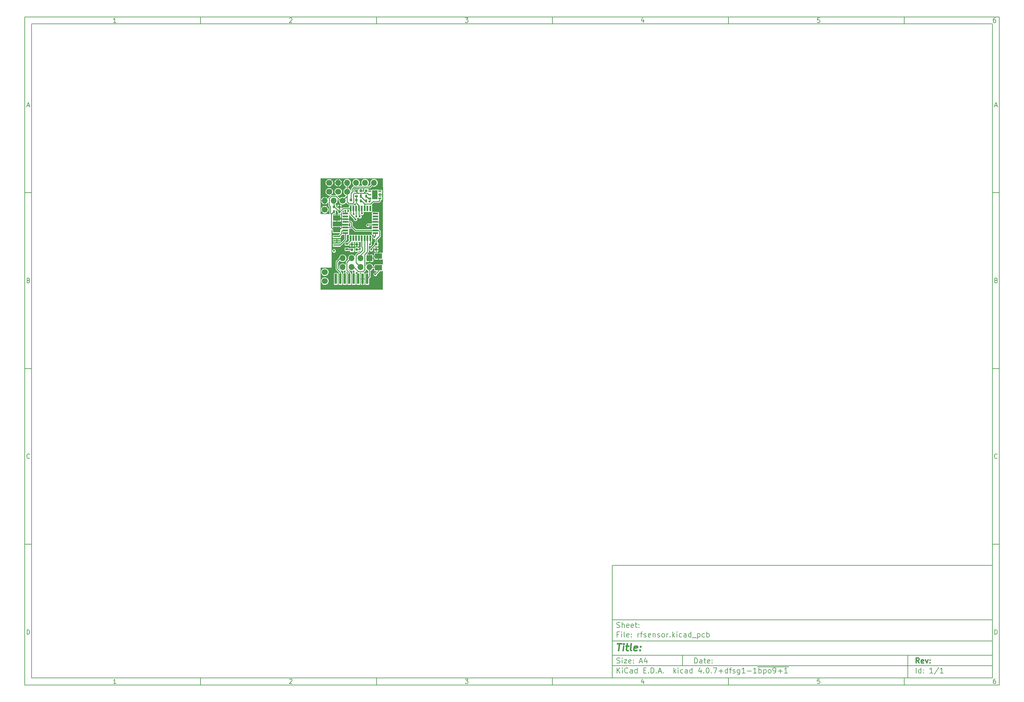
<source format=gbr>
G04 #@! TF.FileFunction,Copper,L1,Top,Signal*
%FSLAX46Y46*%
G04 Gerber Fmt 4.6, Leading zero omitted, Abs format (unit mm)*
G04 Created by KiCad (PCBNEW 4.0.7+dfsg1-1~bpo9+1) date Fri Jan  5 13:44:09 2018*
%MOMM*%
%LPD*%
G01*
G04 APERTURE LIST*
%ADD10C,0.100000*%
%ADD11C,0.150000*%
%ADD12C,0.300000*%
%ADD13C,0.400000*%
%ADD14R,1.700000X1.700000*%
%ADD15O,1.700000X1.700000*%
%ADD16R,0.800000X0.750000*%
%ADD17R,2.032000X1.524000*%
%ADD18R,0.750000X0.800000*%
%ADD19R,0.800000X0.800000*%
%ADD20C,1.700000*%
%ADD21R,1.900000X0.450000*%
%ADD22R,0.500000X0.900000*%
%ADD23R,0.900000X0.500000*%
%ADD24R,1.600000X0.550000*%
%ADD25R,0.550000X1.600000*%
%ADD26R,0.850000X0.450000*%
%ADD27R,1.600000X2.500000*%
%ADD28R,0.650000X3.000000*%
%ADD29C,0.600000*%
%ADD30C,0.250000*%
G04 APERTURE END LIST*
D10*
D11*
X177002200Y-166007200D02*
X177002200Y-198007200D01*
X285002200Y-198007200D01*
X285002200Y-166007200D01*
X177002200Y-166007200D01*
D10*
D11*
X10000000Y-10000000D02*
X10000000Y-200007200D01*
X287002200Y-200007200D01*
X287002200Y-10000000D01*
X10000000Y-10000000D01*
D10*
D11*
X12000000Y-12000000D02*
X12000000Y-198007200D01*
X285002200Y-198007200D01*
X285002200Y-12000000D01*
X12000000Y-12000000D01*
D10*
D11*
X60000000Y-12000000D02*
X60000000Y-10000000D01*
D10*
D11*
X110000000Y-12000000D02*
X110000000Y-10000000D01*
D10*
D11*
X160000000Y-12000000D02*
X160000000Y-10000000D01*
D10*
D11*
X210000000Y-12000000D02*
X210000000Y-10000000D01*
D10*
D11*
X260000000Y-12000000D02*
X260000000Y-10000000D01*
D10*
D11*
X35990476Y-11588095D02*
X35247619Y-11588095D01*
X35619048Y-11588095D02*
X35619048Y-10288095D01*
X35495238Y-10473810D01*
X35371429Y-10597619D01*
X35247619Y-10659524D01*
D10*
D11*
X85247619Y-10411905D02*
X85309524Y-10350000D01*
X85433333Y-10288095D01*
X85742857Y-10288095D01*
X85866667Y-10350000D01*
X85928571Y-10411905D01*
X85990476Y-10535714D01*
X85990476Y-10659524D01*
X85928571Y-10845238D01*
X85185714Y-11588095D01*
X85990476Y-11588095D01*
D10*
D11*
X135185714Y-10288095D02*
X135990476Y-10288095D01*
X135557143Y-10783333D01*
X135742857Y-10783333D01*
X135866667Y-10845238D01*
X135928571Y-10907143D01*
X135990476Y-11030952D01*
X135990476Y-11340476D01*
X135928571Y-11464286D01*
X135866667Y-11526190D01*
X135742857Y-11588095D01*
X135371429Y-11588095D01*
X135247619Y-11526190D01*
X135185714Y-11464286D01*
D10*
D11*
X185866667Y-10721429D02*
X185866667Y-11588095D01*
X185557143Y-10226190D02*
X185247619Y-11154762D01*
X186052381Y-11154762D01*
D10*
D11*
X235928571Y-10288095D02*
X235309524Y-10288095D01*
X235247619Y-10907143D01*
X235309524Y-10845238D01*
X235433333Y-10783333D01*
X235742857Y-10783333D01*
X235866667Y-10845238D01*
X235928571Y-10907143D01*
X235990476Y-11030952D01*
X235990476Y-11340476D01*
X235928571Y-11464286D01*
X235866667Y-11526190D01*
X235742857Y-11588095D01*
X235433333Y-11588095D01*
X235309524Y-11526190D01*
X235247619Y-11464286D01*
D10*
D11*
X285866667Y-10288095D02*
X285619048Y-10288095D01*
X285495238Y-10350000D01*
X285433333Y-10411905D01*
X285309524Y-10597619D01*
X285247619Y-10845238D01*
X285247619Y-11340476D01*
X285309524Y-11464286D01*
X285371429Y-11526190D01*
X285495238Y-11588095D01*
X285742857Y-11588095D01*
X285866667Y-11526190D01*
X285928571Y-11464286D01*
X285990476Y-11340476D01*
X285990476Y-11030952D01*
X285928571Y-10907143D01*
X285866667Y-10845238D01*
X285742857Y-10783333D01*
X285495238Y-10783333D01*
X285371429Y-10845238D01*
X285309524Y-10907143D01*
X285247619Y-11030952D01*
D10*
D11*
X60000000Y-198007200D02*
X60000000Y-200007200D01*
D10*
D11*
X110000000Y-198007200D02*
X110000000Y-200007200D01*
D10*
D11*
X160000000Y-198007200D02*
X160000000Y-200007200D01*
D10*
D11*
X210000000Y-198007200D02*
X210000000Y-200007200D01*
D10*
D11*
X260000000Y-198007200D02*
X260000000Y-200007200D01*
D10*
D11*
X35990476Y-199595295D02*
X35247619Y-199595295D01*
X35619048Y-199595295D02*
X35619048Y-198295295D01*
X35495238Y-198481010D01*
X35371429Y-198604819D01*
X35247619Y-198666724D01*
D10*
D11*
X85247619Y-198419105D02*
X85309524Y-198357200D01*
X85433333Y-198295295D01*
X85742857Y-198295295D01*
X85866667Y-198357200D01*
X85928571Y-198419105D01*
X85990476Y-198542914D01*
X85990476Y-198666724D01*
X85928571Y-198852438D01*
X85185714Y-199595295D01*
X85990476Y-199595295D01*
D10*
D11*
X135185714Y-198295295D02*
X135990476Y-198295295D01*
X135557143Y-198790533D01*
X135742857Y-198790533D01*
X135866667Y-198852438D01*
X135928571Y-198914343D01*
X135990476Y-199038152D01*
X135990476Y-199347676D01*
X135928571Y-199471486D01*
X135866667Y-199533390D01*
X135742857Y-199595295D01*
X135371429Y-199595295D01*
X135247619Y-199533390D01*
X135185714Y-199471486D01*
D10*
D11*
X185866667Y-198728629D02*
X185866667Y-199595295D01*
X185557143Y-198233390D02*
X185247619Y-199161962D01*
X186052381Y-199161962D01*
D10*
D11*
X235928571Y-198295295D02*
X235309524Y-198295295D01*
X235247619Y-198914343D01*
X235309524Y-198852438D01*
X235433333Y-198790533D01*
X235742857Y-198790533D01*
X235866667Y-198852438D01*
X235928571Y-198914343D01*
X235990476Y-199038152D01*
X235990476Y-199347676D01*
X235928571Y-199471486D01*
X235866667Y-199533390D01*
X235742857Y-199595295D01*
X235433333Y-199595295D01*
X235309524Y-199533390D01*
X235247619Y-199471486D01*
D10*
D11*
X285866667Y-198295295D02*
X285619048Y-198295295D01*
X285495238Y-198357200D01*
X285433333Y-198419105D01*
X285309524Y-198604819D01*
X285247619Y-198852438D01*
X285247619Y-199347676D01*
X285309524Y-199471486D01*
X285371429Y-199533390D01*
X285495238Y-199595295D01*
X285742857Y-199595295D01*
X285866667Y-199533390D01*
X285928571Y-199471486D01*
X285990476Y-199347676D01*
X285990476Y-199038152D01*
X285928571Y-198914343D01*
X285866667Y-198852438D01*
X285742857Y-198790533D01*
X285495238Y-198790533D01*
X285371429Y-198852438D01*
X285309524Y-198914343D01*
X285247619Y-199038152D01*
D10*
D11*
X10000000Y-60000000D02*
X12000000Y-60000000D01*
D10*
D11*
X10000000Y-110000000D02*
X12000000Y-110000000D01*
D10*
D11*
X10000000Y-160000000D02*
X12000000Y-160000000D01*
D10*
D11*
X10690476Y-35216667D02*
X11309524Y-35216667D01*
X10566667Y-35588095D02*
X11000000Y-34288095D01*
X11433333Y-35588095D01*
D10*
D11*
X11092857Y-84907143D02*
X11278571Y-84969048D01*
X11340476Y-85030952D01*
X11402381Y-85154762D01*
X11402381Y-85340476D01*
X11340476Y-85464286D01*
X11278571Y-85526190D01*
X11154762Y-85588095D01*
X10659524Y-85588095D01*
X10659524Y-84288095D01*
X11092857Y-84288095D01*
X11216667Y-84350000D01*
X11278571Y-84411905D01*
X11340476Y-84535714D01*
X11340476Y-84659524D01*
X11278571Y-84783333D01*
X11216667Y-84845238D01*
X11092857Y-84907143D01*
X10659524Y-84907143D01*
D10*
D11*
X11402381Y-135464286D02*
X11340476Y-135526190D01*
X11154762Y-135588095D01*
X11030952Y-135588095D01*
X10845238Y-135526190D01*
X10721429Y-135402381D01*
X10659524Y-135278571D01*
X10597619Y-135030952D01*
X10597619Y-134845238D01*
X10659524Y-134597619D01*
X10721429Y-134473810D01*
X10845238Y-134350000D01*
X11030952Y-134288095D01*
X11154762Y-134288095D01*
X11340476Y-134350000D01*
X11402381Y-134411905D01*
D10*
D11*
X10659524Y-185588095D02*
X10659524Y-184288095D01*
X10969048Y-184288095D01*
X11154762Y-184350000D01*
X11278571Y-184473810D01*
X11340476Y-184597619D01*
X11402381Y-184845238D01*
X11402381Y-185030952D01*
X11340476Y-185278571D01*
X11278571Y-185402381D01*
X11154762Y-185526190D01*
X10969048Y-185588095D01*
X10659524Y-185588095D01*
D10*
D11*
X287002200Y-60000000D02*
X285002200Y-60000000D01*
D10*
D11*
X287002200Y-110000000D02*
X285002200Y-110000000D01*
D10*
D11*
X287002200Y-160000000D02*
X285002200Y-160000000D01*
D10*
D11*
X285692676Y-35216667D02*
X286311724Y-35216667D01*
X285568867Y-35588095D02*
X286002200Y-34288095D01*
X286435533Y-35588095D01*
D10*
D11*
X286095057Y-84907143D02*
X286280771Y-84969048D01*
X286342676Y-85030952D01*
X286404581Y-85154762D01*
X286404581Y-85340476D01*
X286342676Y-85464286D01*
X286280771Y-85526190D01*
X286156962Y-85588095D01*
X285661724Y-85588095D01*
X285661724Y-84288095D01*
X286095057Y-84288095D01*
X286218867Y-84350000D01*
X286280771Y-84411905D01*
X286342676Y-84535714D01*
X286342676Y-84659524D01*
X286280771Y-84783333D01*
X286218867Y-84845238D01*
X286095057Y-84907143D01*
X285661724Y-84907143D01*
D10*
D11*
X286404581Y-135464286D02*
X286342676Y-135526190D01*
X286156962Y-135588095D01*
X286033152Y-135588095D01*
X285847438Y-135526190D01*
X285723629Y-135402381D01*
X285661724Y-135278571D01*
X285599819Y-135030952D01*
X285599819Y-134845238D01*
X285661724Y-134597619D01*
X285723629Y-134473810D01*
X285847438Y-134350000D01*
X286033152Y-134288095D01*
X286156962Y-134288095D01*
X286342676Y-134350000D01*
X286404581Y-134411905D01*
D10*
D11*
X285661724Y-185588095D02*
X285661724Y-184288095D01*
X285971248Y-184288095D01*
X286156962Y-184350000D01*
X286280771Y-184473810D01*
X286342676Y-184597619D01*
X286404581Y-184845238D01*
X286404581Y-185030952D01*
X286342676Y-185278571D01*
X286280771Y-185402381D01*
X286156962Y-185526190D01*
X285971248Y-185588095D01*
X285661724Y-185588095D01*
D10*
D11*
X200359343Y-193785771D02*
X200359343Y-192285771D01*
X200716486Y-192285771D01*
X200930771Y-192357200D01*
X201073629Y-192500057D01*
X201145057Y-192642914D01*
X201216486Y-192928629D01*
X201216486Y-193142914D01*
X201145057Y-193428629D01*
X201073629Y-193571486D01*
X200930771Y-193714343D01*
X200716486Y-193785771D01*
X200359343Y-193785771D01*
X202502200Y-193785771D02*
X202502200Y-193000057D01*
X202430771Y-192857200D01*
X202287914Y-192785771D01*
X202002200Y-192785771D01*
X201859343Y-192857200D01*
X202502200Y-193714343D02*
X202359343Y-193785771D01*
X202002200Y-193785771D01*
X201859343Y-193714343D01*
X201787914Y-193571486D01*
X201787914Y-193428629D01*
X201859343Y-193285771D01*
X202002200Y-193214343D01*
X202359343Y-193214343D01*
X202502200Y-193142914D01*
X203002200Y-192785771D02*
X203573629Y-192785771D01*
X203216486Y-192285771D02*
X203216486Y-193571486D01*
X203287914Y-193714343D01*
X203430772Y-193785771D01*
X203573629Y-193785771D01*
X204645057Y-193714343D02*
X204502200Y-193785771D01*
X204216486Y-193785771D01*
X204073629Y-193714343D01*
X204002200Y-193571486D01*
X204002200Y-193000057D01*
X204073629Y-192857200D01*
X204216486Y-192785771D01*
X204502200Y-192785771D01*
X204645057Y-192857200D01*
X204716486Y-193000057D01*
X204716486Y-193142914D01*
X204002200Y-193285771D01*
X205359343Y-193642914D02*
X205430771Y-193714343D01*
X205359343Y-193785771D01*
X205287914Y-193714343D01*
X205359343Y-193642914D01*
X205359343Y-193785771D01*
X205359343Y-192857200D02*
X205430771Y-192928629D01*
X205359343Y-193000057D01*
X205287914Y-192928629D01*
X205359343Y-192857200D01*
X205359343Y-193000057D01*
D10*
D11*
X177002200Y-194507200D02*
X285002200Y-194507200D01*
D10*
D11*
X178359343Y-196585771D02*
X178359343Y-195085771D01*
X179216486Y-196585771D02*
X178573629Y-195728629D01*
X179216486Y-195085771D02*
X178359343Y-195942914D01*
X179859343Y-196585771D02*
X179859343Y-195585771D01*
X179859343Y-195085771D02*
X179787914Y-195157200D01*
X179859343Y-195228629D01*
X179930771Y-195157200D01*
X179859343Y-195085771D01*
X179859343Y-195228629D01*
X181430772Y-196442914D02*
X181359343Y-196514343D01*
X181145057Y-196585771D01*
X181002200Y-196585771D01*
X180787915Y-196514343D01*
X180645057Y-196371486D01*
X180573629Y-196228629D01*
X180502200Y-195942914D01*
X180502200Y-195728629D01*
X180573629Y-195442914D01*
X180645057Y-195300057D01*
X180787915Y-195157200D01*
X181002200Y-195085771D01*
X181145057Y-195085771D01*
X181359343Y-195157200D01*
X181430772Y-195228629D01*
X182716486Y-196585771D02*
X182716486Y-195800057D01*
X182645057Y-195657200D01*
X182502200Y-195585771D01*
X182216486Y-195585771D01*
X182073629Y-195657200D01*
X182716486Y-196514343D02*
X182573629Y-196585771D01*
X182216486Y-196585771D01*
X182073629Y-196514343D01*
X182002200Y-196371486D01*
X182002200Y-196228629D01*
X182073629Y-196085771D01*
X182216486Y-196014343D01*
X182573629Y-196014343D01*
X182716486Y-195942914D01*
X184073629Y-196585771D02*
X184073629Y-195085771D01*
X184073629Y-196514343D02*
X183930772Y-196585771D01*
X183645058Y-196585771D01*
X183502200Y-196514343D01*
X183430772Y-196442914D01*
X183359343Y-196300057D01*
X183359343Y-195871486D01*
X183430772Y-195728629D01*
X183502200Y-195657200D01*
X183645058Y-195585771D01*
X183930772Y-195585771D01*
X184073629Y-195657200D01*
X185930772Y-195800057D02*
X186430772Y-195800057D01*
X186645058Y-196585771D02*
X185930772Y-196585771D01*
X185930772Y-195085771D01*
X186645058Y-195085771D01*
X187287915Y-196442914D02*
X187359343Y-196514343D01*
X187287915Y-196585771D01*
X187216486Y-196514343D01*
X187287915Y-196442914D01*
X187287915Y-196585771D01*
X188002201Y-196585771D02*
X188002201Y-195085771D01*
X188359344Y-195085771D01*
X188573629Y-195157200D01*
X188716487Y-195300057D01*
X188787915Y-195442914D01*
X188859344Y-195728629D01*
X188859344Y-195942914D01*
X188787915Y-196228629D01*
X188716487Y-196371486D01*
X188573629Y-196514343D01*
X188359344Y-196585771D01*
X188002201Y-196585771D01*
X189502201Y-196442914D02*
X189573629Y-196514343D01*
X189502201Y-196585771D01*
X189430772Y-196514343D01*
X189502201Y-196442914D01*
X189502201Y-196585771D01*
X190145058Y-196157200D02*
X190859344Y-196157200D01*
X190002201Y-196585771D02*
X190502201Y-195085771D01*
X191002201Y-196585771D01*
X191502201Y-196442914D02*
X191573629Y-196514343D01*
X191502201Y-196585771D01*
X191430772Y-196514343D01*
X191502201Y-196442914D01*
X191502201Y-196585771D01*
X194502201Y-196585771D02*
X194502201Y-195085771D01*
X194645058Y-196014343D02*
X195073629Y-196585771D01*
X195073629Y-195585771D02*
X194502201Y-196157200D01*
X195716487Y-196585771D02*
X195716487Y-195585771D01*
X195716487Y-195085771D02*
X195645058Y-195157200D01*
X195716487Y-195228629D01*
X195787915Y-195157200D01*
X195716487Y-195085771D01*
X195716487Y-195228629D01*
X197073630Y-196514343D02*
X196930773Y-196585771D01*
X196645059Y-196585771D01*
X196502201Y-196514343D01*
X196430773Y-196442914D01*
X196359344Y-196300057D01*
X196359344Y-195871486D01*
X196430773Y-195728629D01*
X196502201Y-195657200D01*
X196645059Y-195585771D01*
X196930773Y-195585771D01*
X197073630Y-195657200D01*
X198359344Y-196585771D02*
X198359344Y-195800057D01*
X198287915Y-195657200D01*
X198145058Y-195585771D01*
X197859344Y-195585771D01*
X197716487Y-195657200D01*
X198359344Y-196514343D02*
X198216487Y-196585771D01*
X197859344Y-196585771D01*
X197716487Y-196514343D01*
X197645058Y-196371486D01*
X197645058Y-196228629D01*
X197716487Y-196085771D01*
X197859344Y-196014343D01*
X198216487Y-196014343D01*
X198359344Y-195942914D01*
X199716487Y-196585771D02*
X199716487Y-195085771D01*
X199716487Y-196514343D02*
X199573630Y-196585771D01*
X199287916Y-196585771D01*
X199145058Y-196514343D01*
X199073630Y-196442914D01*
X199002201Y-196300057D01*
X199002201Y-195871486D01*
X199073630Y-195728629D01*
X199145058Y-195657200D01*
X199287916Y-195585771D01*
X199573630Y-195585771D01*
X199716487Y-195657200D01*
X202216487Y-195585771D02*
X202216487Y-196585771D01*
X201859344Y-195014343D02*
X201502201Y-196085771D01*
X202430773Y-196085771D01*
X203002201Y-196442914D02*
X203073629Y-196514343D01*
X203002201Y-196585771D01*
X202930772Y-196514343D01*
X203002201Y-196442914D01*
X203002201Y-196585771D01*
X204002201Y-195085771D02*
X204145058Y-195085771D01*
X204287915Y-195157200D01*
X204359344Y-195228629D01*
X204430773Y-195371486D01*
X204502201Y-195657200D01*
X204502201Y-196014343D01*
X204430773Y-196300057D01*
X204359344Y-196442914D01*
X204287915Y-196514343D01*
X204145058Y-196585771D01*
X204002201Y-196585771D01*
X203859344Y-196514343D01*
X203787915Y-196442914D01*
X203716487Y-196300057D01*
X203645058Y-196014343D01*
X203645058Y-195657200D01*
X203716487Y-195371486D01*
X203787915Y-195228629D01*
X203859344Y-195157200D01*
X204002201Y-195085771D01*
X205145058Y-196442914D02*
X205216486Y-196514343D01*
X205145058Y-196585771D01*
X205073629Y-196514343D01*
X205145058Y-196442914D01*
X205145058Y-196585771D01*
X205716487Y-195085771D02*
X206716487Y-195085771D01*
X206073630Y-196585771D01*
X207287915Y-196014343D02*
X208430772Y-196014343D01*
X207859343Y-196585771D02*
X207859343Y-195442914D01*
X209787915Y-196585771D02*
X209787915Y-195085771D01*
X209787915Y-196514343D02*
X209645058Y-196585771D01*
X209359344Y-196585771D01*
X209216486Y-196514343D01*
X209145058Y-196442914D01*
X209073629Y-196300057D01*
X209073629Y-195871486D01*
X209145058Y-195728629D01*
X209216486Y-195657200D01*
X209359344Y-195585771D01*
X209645058Y-195585771D01*
X209787915Y-195657200D01*
X210287915Y-195585771D02*
X210859344Y-195585771D01*
X210502201Y-196585771D02*
X210502201Y-195300057D01*
X210573629Y-195157200D01*
X210716487Y-195085771D01*
X210859344Y-195085771D01*
X211287915Y-196514343D02*
X211430772Y-196585771D01*
X211716487Y-196585771D01*
X211859344Y-196514343D01*
X211930772Y-196371486D01*
X211930772Y-196300057D01*
X211859344Y-196157200D01*
X211716487Y-196085771D01*
X211502201Y-196085771D01*
X211359344Y-196014343D01*
X211287915Y-195871486D01*
X211287915Y-195800057D01*
X211359344Y-195657200D01*
X211502201Y-195585771D01*
X211716487Y-195585771D01*
X211859344Y-195657200D01*
X213216487Y-195585771D02*
X213216487Y-196800057D01*
X213145058Y-196942914D01*
X213073630Y-197014343D01*
X212930773Y-197085771D01*
X212716487Y-197085771D01*
X212573630Y-197014343D01*
X213216487Y-196514343D02*
X213073630Y-196585771D01*
X212787916Y-196585771D01*
X212645058Y-196514343D01*
X212573630Y-196442914D01*
X212502201Y-196300057D01*
X212502201Y-195871486D01*
X212573630Y-195728629D01*
X212645058Y-195657200D01*
X212787916Y-195585771D01*
X213073630Y-195585771D01*
X213216487Y-195657200D01*
X214716487Y-196585771D02*
X213859344Y-196585771D01*
X214287916Y-196585771D02*
X214287916Y-195085771D01*
X214145059Y-195300057D01*
X214002201Y-195442914D01*
X213859344Y-195514343D01*
X215359344Y-196014343D02*
X216502201Y-196014343D01*
X218002201Y-196585771D02*
X217145058Y-196585771D01*
X217573630Y-196585771D02*
X217573630Y-195085771D01*
X217430773Y-195300057D01*
X217287915Y-195442914D01*
X217145058Y-195514343D01*
X218645058Y-196585771D02*
X218645058Y-195085771D01*
X218645058Y-195657200D02*
X218787915Y-195585771D01*
X219073629Y-195585771D01*
X219216486Y-195657200D01*
X219287915Y-195728629D01*
X219359344Y-195871486D01*
X219359344Y-196300057D01*
X219287915Y-196442914D01*
X219216486Y-196514343D01*
X219073629Y-196585771D01*
X218787915Y-196585771D01*
X218645058Y-196514343D01*
X220002201Y-195585771D02*
X220002201Y-197085771D01*
X220002201Y-195657200D02*
X220145058Y-195585771D01*
X220430772Y-195585771D01*
X220573629Y-195657200D01*
X220645058Y-195728629D01*
X220716487Y-195871486D01*
X220716487Y-196300057D01*
X220645058Y-196442914D01*
X220573629Y-196514343D01*
X220430772Y-196585771D01*
X220145058Y-196585771D01*
X220002201Y-196514343D01*
X221573630Y-196585771D02*
X221430772Y-196514343D01*
X221359344Y-196442914D01*
X221287915Y-196300057D01*
X221287915Y-195871486D01*
X221359344Y-195728629D01*
X221430772Y-195657200D01*
X221573630Y-195585771D01*
X221787915Y-195585771D01*
X221930772Y-195657200D01*
X222002201Y-195728629D01*
X222073630Y-195871486D01*
X222073630Y-196300057D01*
X222002201Y-196442914D01*
X221930772Y-196514343D01*
X221787915Y-196585771D01*
X221573630Y-196585771D01*
X222787915Y-196585771D02*
X223073630Y-196585771D01*
X223216487Y-196514343D01*
X223287915Y-196442914D01*
X223430773Y-196228629D01*
X223502201Y-195942914D01*
X223502201Y-195371486D01*
X223430773Y-195228629D01*
X223359344Y-195157200D01*
X223216487Y-195085771D01*
X222930773Y-195085771D01*
X222787915Y-195157200D01*
X222716487Y-195228629D01*
X222645058Y-195371486D01*
X222645058Y-195728629D01*
X222716487Y-195871486D01*
X222787915Y-195942914D01*
X222930773Y-196014343D01*
X223216487Y-196014343D01*
X223359344Y-195942914D01*
X223430773Y-195871486D01*
X223502201Y-195728629D01*
X224145058Y-196014343D02*
X225287915Y-196014343D01*
X224716486Y-196585771D02*
X224716486Y-195442914D01*
X226787915Y-196585771D02*
X225930772Y-196585771D01*
X226359344Y-196585771D02*
X226359344Y-195085771D01*
X226216487Y-195300057D01*
X226073629Y-195442914D01*
X225930772Y-195514343D01*
X218287915Y-194827200D02*
X227073629Y-194827200D01*
D10*
D11*
X177002200Y-191507200D02*
X285002200Y-191507200D01*
D10*
D12*
X264216486Y-193785771D02*
X263716486Y-193071486D01*
X263359343Y-193785771D02*
X263359343Y-192285771D01*
X263930771Y-192285771D01*
X264073629Y-192357200D01*
X264145057Y-192428629D01*
X264216486Y-192571486D01*
X264216486Y-192785771D01*
X264145057Y-192928629D01*
X264073629Y-193000057D01*
X263930771Y-193071486D01*
X263359343Y-193071486D01*
X265430771Y-193714343D02*
X265287914Y-193785771D01*
X265002200Y-193785771D01*
X264859343Y-193714343D01*
X264787914Y-193571486D01*
X264787914Y-193000057D01*
X264859343Y-192857200D01*
X265002200Y-192785771D01*
X265287914Y-192785771D01*
X265430771Y-192857200D01*
X265502200Y-193000057D01*
X265502200Y-193142914D01*
X264787914Y-193285771D01*
X266002200Y-192785771D02*
X266359343Y-193785771D01*
X266716485Y-192785771D01*
X267287914Y-193642914D02*
X267359342Y-193714343D01*
X267287914Y-193785771D01*
X267216485Y-193714343D01*
X267287914Y-193642914D01*
X267287914Y-193785771D01*
X267287914Y-192857200D02*
X267359342Y-192928629D01*
X267287914Y-193000057D01*
X267216485Y-192928629D01*
X267287914Y-192857200D01*
X267287914Y-193000057D01*
D10*
D11*
X178287914Y-193714343D02*
X178502200Y-193785771D01*
X178859343Y-193785771D01*
X179002200Y-193714343D01*
X179073629Y-193642914D01*
X179145057Y-193500057D01*
X179145057Y-193357200D01*
X179073629Y-193214343D01*
X179002200Y-193142914D01*
X178859343Y-193071486D01*
X178573629Y-193000057D01*
X178430771Y-192928629D01*
X178359343Y-192857200D01*
X178287914Y-192714343D01*
X178287914Y-192571486D01*
X178359343Y-192428629D01*
X178430771Y-192357200D01*
X178573629Y-192285771D01*
X178930771Y-192285771D01*
X179145057Y-192357200D01*
X179787914Y-193785771D02*
X179787914Y-192785771D01*
X179787914Y-192285771D02*
X179716485Y-192357200D01*
X179787914Y-192428629D01*
X179859342Y-192357200D01*
X179787914Y-192285771D01*
X179787914Y-192428629D01*
X180359343Y-192785771D02*
X181145057Y-192785771D01*
X180359343Y-193785771D01*
X181145057Y-193785771D01*
X182287914Y-193714343D02*
X182145057Y-193785771D01*
X181859343Y-193785771D01*
X181716486Y-193714343D01*
X181645057Y-193571486D01*
X181645057Y-193000057D01*
X181716486Y-192857200D01*
X181859343Y-192785771D01*
X182145057Y-192785771D01*
X182287914Y-192857200D01*
X182359343Y-193000057D01*
X182359343Y-193142914D01*
X181645057Y-193285771D01*
X183002200Y-193642914D02*
X183073628Y-193714343D01*
X183002200Y-193785771D01*
X182930771Y-193714343D01*
X183002200Y-193642914D01*
X183002200Y-193785771D01*
X183002200Y-192857200D02*
X183073628Y-192928629D01*
X183002200Y-193000057D01*
X182930771Y-192928629D01*
X183002200Y-192857200D01*
X183002200Y-193000057D01*
X184787914Y-193357200D02*
X185502200Y-193357200D01*
X184645057Y-193785771D02*
X185145057Y-192285771D01*
X185645057Y-193785771D01*
X186787914Y-192785771D02*
X186787914Y-193785771D01*
X186430771Y-192214343D02*
X186073628Y-193285771D01*
X187002200Y-193285771D01*
D10*
D11*
X263359343Y-196585771D02*
X263359343Y-195085771D01*
X264716486Y-196585771D02*
X264716486Y-195085771D01*
X264716486Y-196514343D02*
X264573629Y-196585771D01*
X264287915Y-196585771D01*
X264145057Y-196514343D01*
X264073629Y-196442914D01*
X264002200Y-196300057D01*
X264002200Y-195871486D01*
X264073629Y-195728629D01*
X264145057Y-195657200D01*
X264287915Y-195585771D01*
X264573629Y-195585771D01*
X264716486Y-195657200D01*
X265430772Y-196442914D02*
X265502200Y-196514343D01*
X265430772Y-196585771D01*
X265359343Y-196514343D01*
X265430772Y-196442914D01*
X265430772Y-196585771D01*
X265430772Y-195657200D02*
X265502200Y-195728629D01*
X265430772Y-195800057D01*
X265359343Y-195728629D01*
X265430772Y-195657200D01*
X265430772Y-195800057D01*
X268073629Y-196585771D02*
X267216486Y-196585771D01*
X267645058Y-196585771D02*
X267645058Y-195085771D01*
X267502201Y-195300057D01*
X267359343Y-195442914D01*
X267216486Y-195514343D01*
X269787914Y-195014343D02*
X268502200Y-196942914D01*
X271073629Y-196585771D02*
X270216486Y-196585771D01*
X270645058Y-196585771D02*
X270645058Y-195085771D01*
X270502201Y-195300057D01*
X270359343Y-195442914D01*
X270216486Y-195514343D01*
D10*
D11*
X177002200Y-187507200D02*
X285002200Y-187507200D01*
D10*
D13*
X178454581Y-188211962D02*
X179597438Y-188211962D01*
X178776010Y-190211962D02*
X179026010Y-188211962D01*
X180014105Y-190211962D02*
X180180771Y-188878629D01*
X180264105Y-188211962D02*
X180156962Y-188307200D01*
X180240295Y-188402438D01*
X180347439Y-188307200D01*
X180264105Y-188211962D01*
X180240295Y-188402438D01*
X180847438Y-188878629D02*
X181609343Y-188878629D01*
X181216486Y-188211962D02*
X181002200Y-189926248D01*
X181073630Y-190116724D01*
X181252201Y-190211962D01*
X181442677Y-190211962D01*
X182395058Y-190211962D02*
X182216487Y-190116724D01*
X182145057Y-189926248D01*
X182359343Y-188211962D01*
X183930772Y-190116724D02*
X183728391Y-190211962D01*
X183347439Y-190211962D01*
X183168867Y-190116724D01*
X183097438Y-189926248D01*
X183192676Y-189164343D01*
X183311724Y-188973867D01*
X183514105Y-188878629D01*
X183895057Y-188878629D01*
X184073629Y-188973867D01*
X184145057Y-189164343D01*
X184121248Y-189354819D01*
X183145057Y-189545295D01*
X184895057Y-190021486D02*
X184978392Y-190116724D01*
X184871248Y-190211962D01*
X184787915Y-190116724D01*
X184895057Y-190021486D01*
X184871248Y-190211962D01*
X185026010Y-188973867D02*
X185109344Y-189069105D01*
X185002200Y-189164343D01*
X184918867Y-189069105D01*
X185026010Y-188973867D01*
X185002200Y-189164343D01*
D10*
D11*
X178859343Y-185600057D02*
X178359343Y-185600057D01*
X178359343Y-186385771D02*
X178359343Y-184885771D01*
X179073629Y-184885771D01*
X179645057Y-186385771D02*
X179645057Y-185385771D01*
X179645057Y-184885771D02*
X179573628Y-184957200D01*
X179645057Y-185028629D01*
X179716485Y-184957200D01*
X179645057Y-184885771D01*
X179645057Y-185028629D01*
X180573629Y-186385771D02*
X180430771Y-186314343D01*
X180359343Y-186171486D01*
X180359343Y-184885771D01*
X181716485Y-186314343D02*
X181573628Y-186385771D01*
X181287914Y-186385771D01*
X181145057Y-186314343D01*
X181073628Y-186171486D01*
X181073628Y-185600057D01*
X181145057Y-185457200D01*
X181287914Y-185385771D01*
X181573628Y-185385771D01*
X181716485Y-185457200D01*
X181787914Y-185600057D01*
X181787914Y-185742914D01*
X181073628Y-185885771D01*
X182430771Y-186242914D02*
X182502199Y-186314343D01*
X182430771Y-186385771D01*
X182359342Y-186314343D01*
X182430771Y-186242914D01*
X182430771Y-186385771D01*
X182430771Y-185457200D02*
X182502199Y-185528629D01*
X182430771Y-185600057D01*
X182359342Y-185528629D01*
X182430771Y-185457200D01*
X182430771Y-185600057D01*
X184287914Y-186385771D02*
X184287914Y-185385771D01*
X184287914Y-185671486D02*
X184359342Y-185528629D01*
X184430771Y-185457200D01*
X184573628Y-185385771D01*
X184716485Y-185385771D01*
X185002199Y-185385771D02*
X185573628Y-185385771D01*
X185216485Y-186385771D02*
X185216485Y-185100057D01*
X185287913Y-184957200D01*
X185430771Y-184885771D01*
X185573628Y-184885771D01*
X186002199Y-186314343D02*
X186145056Y-186385771D01*
X186430771Y-186385771D01*
X186573628Y-186314343D01*
X186645056Y-186171486D01*
X186645056Y-186100057D01*
X186573628Y-185957200D01*
X186430771Y-185885771D01*
X186216485Y-185885771D01*
X186073628Y-185814343D01*
X186002199Y-185671486D01*
X186002199Y-185600057D01*
X186073628Y-185457200D01*
X186216485Y-185385771D01*
X186430771Y-185385771D01*
X186573628Y-185457200D01*
X187859342Y-186314343D02*
X187716485Y-186385771D01*
X187430771Y-186385771D01*
X187287914Y-186314343D01*
X187216485Y-186171486D01*
X187216485Y-185600057D01*
X187287914Y-185457200D01*
X187430771Y-185385771D01*
X187716485Y-185385771D01*
X187859342Y-185457200D01*
X187930771Y-185600057D01*
X187930771Y-185742914D01*
X187216485Y-185885771D01*
X188573628Y-185385771D02*
X188573628Y-186385771D01*
X188573628Y-185528629D02*
X188645056Y-185457200D01*
X188787914Y-185385771D01*
X189002199Y-185385771D01*
X189145056Y-185457200D01*
X189216485Y-185600057D01*
X189216485Y-186385771D01*
X189859342Y-186314343D02*
X190002199Y-186385771D01*
X190287914Y-186385771D01*
X190430771Y-186314343D01*
X190502199Y-186171486D01*
X190502199Y-186100057D01*
X190430771Y-185957200D01*
X190287914Y-185885771D01*
X190073628Y-185885771D01*
X189930771Y-185814343D01*
X189859342Y-185671486D01*
X189859342Y-185600057D01*
X189930771Y-185457200D01*
X190073628Y-185385771D01*
X190287914Y-185385771D01*
X190430771Y-185457200D01*
X191359343Y-186385771D02*
X191216485Y-186314343D01*
X191145057Y-186242914D01*
X191073628Y-186100057D01*
X191073628Y-185671486D01*
X191145057Y-185528629D01*
X191216485Y-185457200D01*
X191359343Y-185385771D01*
X191573628Y-185385771D01*
X191716485Y-185457200D01*
X191787914Y-185528629D01*
X191859343Y-185671486D01*
X191859343Y-186100057D01*
X191787914Y-186242914D01*
X191716485Y-186314343D01*
X191573628Y-186385771D01*
X191359343Y-186385771D01*
X192502200Y-186385771D02*
X192502200Y-185385771D01*
X192502200Y-185671486D02*
X192573628Y-185528629D01*
X192645057Y-185457200D01*
X192787914Y-185385771D01*
X192930771Y-185385771D01*
X193430771Y-186242914D02*
X193502199Y-186314343D01*
X193430771Y-186385771D01*
X193359342Y-186314343D01*
X193430771Y-186242914D01*
X193430771Y-186385771D01*
X194145057Y-186385771D02*
X194145057Y-184885771D01*
X194287914Y-185814343D02*
X194716485Y-186385771D01*
X194716485Y-185385771D02*
X194145057Y-185957200D01*
X195359343Y-186385771D02*
X195359343Y-185385771D01*
X195359343Y-184885771D02*
X195287914Y-184957200D01*
X195359343Y-185028629D01*
X195430771Y-184957200D01*
X195359343Y-184885771D01*
X195359343Y-185028629D01*
X196716486Y-186314343D02*
X196573629Y-186385771D01*
X196287915Y-186385771D01*
X196145057Y-186314343D01*
X196073629Y-186242914D01*
X196002200Y-186100057D01*
X196002200Y-185671486D01*
X196073629Y-185528629D01*
X196145057Y-185457200D01*
X196287915Y-185385771D01*
X196573629Y-185385771D01*
X196716486Y-185457200D01*
X198002200Y-186385771D02*
X198002200Y-185600057D01*
X197930771Y-185457200D01*
X197787914Y-185385771D01*
X197502200Y-185385771D01*
X197359343Y-185457200D01*
X198002200Y-186314343D02*
X197859343Y-186385771D01*
X197502200Y-186385771D01*
X197359343Y-186314343D01*
X197287914Y-186171486D01*
X197287914Y-186028629D01*
X197359343Y-185885771D01*
X197502200Y-185814343D01*
X197859343Y-185814343D01*
X198002200Y-185742914D01*
X199359343Y-186385771D02*
X199359343Y-184885771D01*
X199359343Y-186314343D02*
X199216486Y-186385771D01*
X198930772Y-186385771D01*
X198787914Y-186314343D01*
X198716486Y-186242914D01*
X198645057Y-186100057D01*
X198645057Y-185671486D01*
X198716486Y-185528629D01*
X198787914Y-185457200D01*
X198930772Y-185385771D01*
X199216486Y-185385771D01*
X199359343Y-185457200D01*
X199716486Y-186528629D02*
X200859343Y-186528629D01*
X201216486Y-185385771D02*
X201216486Y-186885771D01*
X201216486Y-185457200D02*
X201359343Y-185385771D01*
X201645057Y-185385771D01*
X201787914Y-185457200D01*
X201859343Y-185528629D01*
X201930772Y-185671486D01*
X201930772Y-186100057D01*
X201859343Y-186242914D01*
X201787914Y-186314343D01*
X201645057Y-186385771D01*
X201359343Y-186385771D01*
X201216486Y-186314343D01*
X203216486Y-186314343D02*
X203073629Y-186385771D01*
X202787915Y-186385771D01*
X202645057Y-186314343D01*
X202573629Y-186242914D01*
X202502200Y-186100057D01*
X202502200Y-185671486D01*
X202573629Y-185528629D01*
X202645057Y-185457200D01*
X202787915Y-185385771D01*
X203073629Y-185385771D01*
X203216486Y-185457200D01*
X203859343Y-186385771D02*
X203859343Y-184885771D01*
X203859343Y-185457200D02*
X204002200Y-185385771D01*
X204287914Y-185385771D01*
X204430771Y-185457200D01*
X204502200Y-185528629D01*
X204573629Y-185671486D01*
X204573629Y-186100057D01*
X204502200Y-186242914D01*
X204430771Y-186314343D01*
X204287914Y-186385771D01*
X204002200Y-186385771D01*
X203859343Y-186314343D01*
D10*
D11*
X177002200Y-181507200D02*
X285002200Y-181507200D01*
D10*
D11*
X178287914Y-183614343D02*
X178502200Y-183685771D01*
X178859343Y-183685771D01*
X179002200Y-183614343D01*
X179073629Y-183542914D01*
X179145057Y-183400057D01*
X179145057Y-183257200D01*
X179073629Y-183114343D01*
X179002200Y-183042914D01*
X178859343Y-182971486D01*
X178573629Y-182900057D01*
X178430771Y-182828629D01*
X178359343Y-182757200D01*
X178287914Y-182614343D01*
X178287914Y-182471486D01*
X178359343Y-182328629D01*
X178430771Y-182257200D01*
X178573629Y-182185771D01*
X178930771Y-182185771D01*
X179145057Y-182257200D01*
X179787914Y-183685771D02*
X179787914Y-182185771D01*
X180430771Y-183685771D02*
X180430771Y-182900057D01*
X180359342Y-182757200D01*
X180216485Y-182685771D01*
X180002200Y-182685771D01*
X179859342Y-182757200D01*
X179787914Y-182828629D01*
X181716485Y-183614343D02*
X181573628Y-183685771D01*
X181287914Y-183685771D01*
X181145057Y-183614343D01*
X181073628Y-183471486D01*
X181073628Y-182900057D01*
X181145057Y-182757200D01*
X181287914Y-182685771D01*
X181573628Y-182685771D01*
X181716485Y-182757200D01*
X181787914Y-182900057D01*
X181787914Y-183042914D01*
X181073628Y-183185771D01*
X183002199Y-183614343D02*
X182859342Y-183685771D01*
X182573628Y-183685771D01*
X182430771Y-183614343D01*
X182359342Y-183471486D01*
X182359342Y-182900057D01*
X182430771Y-182757200D01*
X182573628Y-182685771D01*
X182859342Y-182685771D01*
X183002199Y-182757200D01*
X183073628Y-182900057D01*
X183073628Y-183042914D01*
X182359342Y-183185771D01*
X183502199Y-182685771D02*
X184073628Y-182685771D01*
X183716485Y-182185771D02*
X183716485Y-183471486D01*
X183787913Y-183614343D01*
X183930771Y-183685771D01*
X184073628Y-183685771D01*
X184573628Y-183542914D02*
X184645056Y-183614343D01*
X184573628Y-183685771D01*
X184502199Y-183614343D01*
X184573628Y-183542914D01*
X184573628Y-183685771D01*
X184573628Y-182757200D02*
X184645056Y-182828629D01*
X184573628Y-182900057D01*
X184502199Y-182828629D01*
X184573628Y-182757200D01*
X184573628Y-182900057D01*
D10*
D11*
X197002200Y-191507200D02*
X197002200Y-194507200D01*
D10*
D11*
X261002200Y-191507200D02*
X261002200Y-198007200D01*
D14*
X107950000Y-78613000D03*
D15*
X107950000Y-81153000D03*
X105410000Y-78613000D03*
X105410000Y-81153000D03*
X102870000Y-78613000D03*
X102870000Y-81153000D03*
X100330000Y-78613000D03*
X100330000Y-81153000D03*
D16*
X99429000Y-64008000D03*
X97929000Y-64008000D03*
X105549000Y-59436000D03*
X107049000Y-59436000D03*
D17*
X98679000Y-70485000D03*
X98679000Y-67183000D03*
D18*
X104368600Y-74662600D03*
X104368600Y-76162600D03*
X109880400Y-76137200D03*
X109880400Y-74637200D03*
D16*
X104255000Y-62103000D03*
X102755000Y-62103000D03*
D17*
X110490000Y-81280000D03*
X110490000Y-77978000D03*
D19*
X102971600Y-76263400D03*
X102971600Y-74663400D03*
D20*
X101600000Y-59690000D03*
X96520000Y-59690000D03*
X95250000Y-85090000D03*
X100330000Y-62230000D03*
D15*
X97790000Y-62230000D03*
X95250000Y-62230000D03*
D20*
X96520000Y-57150000D03*
D15*
X99060000Y-57150000D03*
X101600000Y-57150000D03*
X104140000Y-57150000D03*
X106680000Y-57150000D03*
X109220000Y-57150000D03*
D21*
X98679000Y-74860000D03*
X98679000Y-73660000D03*
X98679000Y-72460000D03*
D22*
X97929000Y-65405000D03*
X99429000Y-65405000D03*
D23*
X101549200Y-76061000D03*
X101549200Y-74561000D03*
X104267000Y-59448000D03*
X104267000Y-60948000D03*
D22*
X107049000Y-62357000D03*
X105549000Y-62357000D03*
X105549000Y-60960000D03*
X107049000Y-60960000D03*
D20*
X95250000Y-82550000D03*
X95250000Y-64770000D03*
D24*
X101160000Y-65907000D03*
X101160000Y-66707000D03*
X101160000Y-67507000D03*
X101160000Y-68307000D03*
X101160000Y-69107000D03*
X101160000Y-69907000D03*
X101160000Y-70707000D03*
X101160000Y-71507000D03*
D25*
X102610000Y-72957000D03*
X103410000Y-72957000D03*
X104210000Y-72957000D03*
X105010000Y-72957000D03*
X105810000Y-72957000D03*
X106610000Y-72957000D03*
X107410000Y-72957000D03*
X108210000Y-72957000D03*
D24*
X109660000Y-71507000D03*
X109660000Y-70707000D03*
X109660000Y-69907000D03*
X109660000Y-69107000D03*
X109660000Y-68307000D03*
X109660000Y-67507000D03*
X109660000Y-66707000D03*
X109660000Y-65907000D03*
D25*
X108210000Y-64457000D03*
X107410000Y-64457000D03*
X106610000Y-64457000D03*
X105810000Y-64457000D03*
X105010000Y-64457000D03*
X104210000Y-64457000D03*
X103410000Y-64457000D03*
X102610000Y-64457000D03*
D26*
X110979880Y-61573920D03*
X110979880Y-60573920D03*
X110979880Y-59573920D03*
X108079880Y-59573920D03*
X108079880Y-60573920D03*
X108079880Y-61573920D03*
D27*
X109529880Y-60573920D03*
D28*
X107315000Y-84479000D03*
X104775000Y-84479000D03*
X102235000Y-84479000D03*
X99695000Y-84479000D03*
X106045000Y-84479000D03*
X103505000Y-84479000D03*
X100965000Y-84479000D03*
X98425000Y-84479000D03*
D20*
X99060000Y-59690000D03*
D29*
X97901760Y-76504800D03*
X111236760Y-57820560D03*
X96967040Y-86400640D03*
X109748320Y-85933280D03*
X108092240Y-77053440D03*
X108183680Y-68158360D03*
X110266480Y-63972440D03*
X100436680Y-73106280D03*
X99801680Y-68803520D03*
X101310440Y-63606680D03*
X103972360Y-67566540D03*
X109626400Y-83185000D03*
X108483400Y-76174600D03*
X107492800Y-69240400D03*
X105308400Y-75996800D03*
X105201720Y-66781680D03*
X104317800Y-82829400D03*
X103530400Y-82423000D03*
X109347000Y-72618600D03*
X100965000Y-82423000D03*
X108127800Y-74676000D03*
X104236520Y-66761360D03*
X103505000Y-66040000D03*
X105831640Y-65846960D03*
X108000800Y-62529720D03*
X101140260Y-65112900D03*
D30*
X111749840Y-60731400D02*
X111749840Y-58333640D01*
X111749840Y-58333640D02*
X111236760Y-57820560D01*
X106045000Y-86730840D02*
X97297240Y-86730840D01*
X97297240Y-86730840D02*
X96967040Y-86400640D01*
X106045000Y-84479000D02*
X106045000Y-86730840D01*
X108935520Y-86746080D02*
X109748320Y-85933280D01*
X106060240Y-86746080D02*
X108935520Y-86746080D01*
X106045000Y-86730840D02*
X106060240Y-86746080D01*
X107950000Y-78613000D02*
X107950000Y-77195680D01*
X107950000Y-77195680D02*
X108092240Y-77053440D01*
X110979880Y-60573920D02*
X111592360Y-60573920D01*
X108332320Y-68307000D02*
X108183680Y-68158360D01*
X108332320Y-68307000D02*
X109660000Y-68307000D01*
X111749840Y-62489080D02*
X110266480Y-63972440D01*
X111749840Y-60731400D02*
X111749840Y-62489080D01*
X111592360Y-60573920D02*
X111749840Y-60731400D01*
X98679000Y-73660000D02*
X99882960Y-73660000D01*
X99882960Y-73660000D02*
X100436680Y-73106280D01*
X99872800Y-68732400D02*
X99801680Y-68803520D01*
X100009960Y-68732400D02*
X99872800Y-68732400D01*
X101160000Y-69107000D02*
X100384560Y-69107000D01*
X100384560Y-69107000D02*
X100009960Y-68732400D01*
X100009960Y-68732400D02*
X100009960Y-67507000D01*
X98679000Y-67183000D02*
X99507040Y-67183000D01*
X99507040Y-67183000D02*
X99831040Y-67507000D01*
X99831040Y-67507000D02*
X100009960Y-67507000D01*
X100009960Y-67507000D02*
X101160000Y-67507000D01*
X99429000Y-64008000D02*
X100035360Y-64008000D01*
X100436680Y-63606680D02*
X101310440Y-63606680D01*
X100035360Y-64008000D02*
X100436680Y-63606680D01*
X103972360Y-67566540D02*
X103972360Y-67533520D01*
X102610000Y-66171160D02*
X102610000Y-64457000D01*
X103972360Y-67533520D02*
X102610000Y-66171160D01*
X103967280Y-67561460D02*
X103967280Y-67558920D01*
X103972360Y-67566540D02*
X103967280Y-67561460D01*
X97929000Y-64008000D02*
X97929000Y-62369000D01*
X97929000Y-62369000D02*
X97790000Y-62230000D01*
X99429000Y-65405000D02*
X99634040Y-65405000D01*
X99634040Y-65405000D02*
X100582040Y-64457000D01*
X100582040Y-64457000D02*
X102610000Y-64457000D01*
X97929000Y-64008000D02*
X98032000Y-64008000D01*
X98032000Y-64008000D02*
X99429000Y-65405000D01*
X108079880Y-60573920D02*
X107828080Y-60573920D01*
X107828080Y-60573920D02*
X107401360Y-60147200D01*
X107401360Y-60147200D02*
X106337800Y-60147200D01*
X105549000Y-61099000D02*
X106807000Y-62357000D01*
X106807000Y-62357000D02*
X107049000Y-62357000D01*
X105549000Y-60960000D02*
X105549000Y-60147200D01*
X105537000Y-60198000D02*
X105537000Y-60147200D01*
X105537000Y-60159200D02*
X105537000Y-60198000D01*
X105549000Y-60147200D02*
X105537000Y-60159200D01*
X100330000Y-62230000D02*
X99720400Y-62230000D01*
X99720400Y-62230000D02*
X98475800Y-60985400D01*
X96926400Y-65811400D02*
X97155000Y-66040000D01*
X96926400Y-63957200D02*
X96926400Y-65811400D01*
X96570800Y-63601600D02*
X96926400Y-63957200D01*
X96570800Y-61620400D02*
X96570800Y-63601600D01*
X97205800Y-60985400D02*
X96570800Y-61620400D01*
X98475800Y-60985400D02*
X97205800Y-60985400D01*
X101600000Y-60960000D02*
X101600000Y-62585600D01*
X103708200Y-60147200D02*
X104683560Y-60147200D01*
X103452082Y-60403318D02*
X103708200Y-60147200D01*
X103452082Y-61415082D02*
X103452082Y-60403318D01*
X103505000Y-61468000D02*
X103452082Y-61415082D01*
X103505000Y-62865000D02*
X103505000Y-61468000D01*
X103352600Y-63017400D02*
X103505000Y-62865000D01*
X102031800Y-63017400D02*
X103352600Y-63017400D01*
X101600000Y-62585600D02*
X102031800Y-63017400D01*
X104267000Y-59448000D02*
X104267000Y-59730640D01*
X104267000Y-59730640D02*
X104683560Y-60147200D01*
X104683560Y-60147200D02*
X105537000Y-60147200D01*
X105537000Y-60147200D02*
X106337800Y-60147200D01*
X106337800Y-60147200D02*
X106381900Y-60103100D01*
X107950000Y-81153000D02*
X110363000Y-81153000D01*
X110363000Y-81153000D02*
X110490000Y-81280000D01*
X109660000Y-70707000D02*
X103981000Y-70707000D01*
X103981000Y-70707000D02*
X102870000Y-69596000D01*
X107950000Y-81153000D02*
X107950000Y-83844000D01*
X107950000Y-83844000D02*
X107315000Y-84479000D01*
X109880400Y-74637200D02*
X109766800Y-74637200D01*
X109766800Y-74637200D02*
X108483400Y-75920600D01*
X110490000Y-82321400D02*
X110490000Y-81280000D01*
X109626400Y-83185000D02*
X110490000Y-82321400D01*
X108483400Y-75920600D02*
X108483400Y-76174600D01*
X109880400Y-74637200D02*
X109880400Y-73253600D01*
X110534200Y-70707000D02*
X109660000Y-70707000D01*
X110845600Y-71018400D02*
X110534200Y-70707000D01*
X110845600Y-72288400D02*
X110845600Y-71018400D01*
X109880400Y-73253600D02*
X110845600Y-72288400D01*
X98679000Y-70485000D02*
X99441000Y-70485000D01*
X99441000Y-70485000D02*
X100019000Y-69907000D01*
X100019000Y-69907000D02*
X101160000Y-69907000D01*
X97929000Y-65405000D02*
X97790000Y-65405000D01*
X97790000Y-65405000D02*
X97155000Y-66040000D01*
X97155000Y-69850000D02*
X97790000Y-70485000D01*
X97155000Y-66040000D02*
X97155000Y-69850000D01*
X97790000Y-70485000D02*
X98679000Y-70485000D01*
X101160000Y-68307000D02*
X102597000Y-68307000D01*
X102597000Y-68307000D02*
X102870000Y-68580000D01*
X102870000Y-68580000D02*
X102870000Y-69596000D01*
X102559000Y-69907000D02*
X101160000Y-69907000D01*
X102870000Y-69596000D02*
X102559000Y-69907000D01*
X97929000Y-65405000D02*
X98032000Y-65405000D01*
X104267000Y-59448000D02*
X104214360Y-59448000D01*
X101600000Y-59690000D02*
X101600000Y-60960000D01*
X101600000Y-60960000D02*
X100330000Y-62230000D01*
X101600000Y-59690000D02*
X101600000Y-57150000D01*
X106381900Y-60103100D02*
X107049000Y-59436000D01*
X104368600Y-76162600D02*
X105142600Y-76162600D01*
X107626200Y-69107000D02*
X109660000Y-69107000D01*
X107492800Y-69240400D02*
X107626200Y-69107000D01*
X105142600Y-76162600D02*
X105308400Y-75996800D01*
X105201720Y-66781680D02*
X105010000Y-66589960D01*
X105010000Y-66589960D02*
X105010000Y-64457000D01*
X105010000Y-64457000D02*
X105010000Y-63694360D01*
X105010000Y-63694360D02*
X104255000Y-62939360D01*
X104255000Y-62939360D02*
X104255000Y-62103000D01*
X104267000Y-60948000D02*
X104267000Y-62091000D01*
X104267000Y-62091000D02*
X104255000Y-62103000D01*
X102755000Y-62103000D02*
X102755000Y-60109800D01*
X108026200Y-58343800D02*
X109220000Y-57150000D01*
X103632000Y-58343800D02*
X108026200Y-58343800D01*
X103124000Y-58851800D02*
X103632000Y-58343800D01*
X103124000Y-59740800D02*
X103124000Y-58851800D01*
X102755000Y-60109800D02*
X103124000Y-59740800D01*
X101549200Y-76061000D02*
X102769200Y-76061000D01*
X102769200Y-76061000D02*
X102971600Y-76263400D01*
X104317800Y-82829400D02*
X104775000Y-83286600D01*
X104775000Y-83286600D02*
X104775000Y-84479000D01*
X106610000Y-72957000D02*
X106610000Y-76600200D01*
X106610000Y-76600200D02*
X105410000Y-77800200D01*
X105410000Y-77800200D02*
X105410000Y-78613000D01*
X103505000Y-82448400D02*
X103505000Y-84479000D01*
X103530400Y-82423000D02*
X103505000Y-82448400D01*
X103505000Y-83134200D02*
X103505000Y-84479000D01*
X105810000Y-72957000D02*
X105810000Y-75457000D01*
X104165400Y-79908400D02*
X105410000Y-81153000D01*
X104165400Y-77876400D02*
X104165400Y-79908400D01*
X104851200Y-77190600D02*
X104165400Y-77876400D01*
X105181400Y-77190600D02*
X104851200Y-77190600D01*
X106019600Y-76352400D02*
X105181400Y-77190600D01*
X106019600Y-75666600D02*
X106019600Y-76352400D01*
X105810000Y-75457000D02*
X106019600Y-75666600D01*
X102870000Y-78613000D02*
X102717600Y-78613000D01*
X102717600Y-78613000D02*
X101574600Y-79756000D01*
X102235000Y-82702400D02*
X102235000Y-84479000D01*
X101574600Y-82042000D02*
X102235000Y-82702400D01*
X101574600Y-79756000D02*
X101574600Y-82042000D01*
X109660000Y-71507000D02*
X109660000Y-72305600D01*
X109660000Y-72305600D02*
X109347000Y-72618600D01*
X100965000Y-82423000D02*
X100965000Y-84479000D01*
X106197400Y-82372200D02*
X104775000Y-82372200D01*
X107410000Y-76790800D02*
X106629200Y-77571600D01*
X106629200Y-77571600D02*
X106629200Y-81940400D01*
X106629200Y-81940400D02*
X106197400Y-82372200D01*
X107410000Y-72957000D02*
X107410000Y-76790800D01*
X104775000Y-82372200D02*
X103555800Y-81153000D01*
X103555800Y-81153000D02*
X102870000Y-81153000D01*
X100330000Y-78613000D02*
X99720400Y-78613000D01*
X99720400Y-78613000D02*
X98679000Y-79654400D01*
X99695000Y-82626200D02*
X99695000Y-84479000D01*
X98679000Y-81610200D02*
X99695000Y-82626200D01*
X98679000Y-79654400D02*
X98679000Y-81610200D01*
X108210000Y-72957000D02*
X108210000Y-74593800D01*
X108210000Y-74593800D02*
X108127800Y-74676000D01*
X104210000Y-64457000D02*
X104210000Y-66734840D01*
X104210000Y-66734840D02*
X104236520Y-66761360D01*
X103410000Y-65945000D02*
X103505000Y-66040000D01*
X103410000Y-64457000D02*
X103410000Y-65945000D01*
X98679000Y-74860000D02*
X99612600Y-74860000D01*
X99612600Y-74860000D02*
X101160000Y-73312600D01*
X101160000Y-73312600D02*
X101160000Y-71507000D01*
X98679000Y-72460000D02*
X99193200Y-72460000D01*
X99193200Y-72460000D02*
X100025200Y-71628000D01*
X100025200Y-71628000D02*
X100025200Y-71043800D01*
X100025200Y-71043800D02*
X100362000Y-70707000D01*
X100362000Y-70707000D02*
X101160000Y-70707000D01*
X110642400Y-62514480D02*
X110891320Y-62265560D01*
X106814620Y-63157100D02*
X106852720Y-63195200D01*
X106852720Y-63195200D02*
X108331000Y-63195200D01*
X108331000Y-63195200D02*
X109011720Y-62514480D01*
X109011720Y-62514480D02*
X110642400Y-62514480D01*
X106591100Y-63157100D02*
X106814620Y-63157100D01*
X110891320Y-62265560D02*
X110891320Y-61662480D01*
X110891320Y-61662480D02*
X110979880Y-61573920D01*
X105549000Y-62357000D02*
X105791000Y-62357000D01*
X105791000Y-62357000D02*
X106591100Y-63157100D01*
X106591100Y-63157100D02*
X106610000Y-63176000D01*
X106610000Y-63176000D02*
X106610000Y-64457000D01*
X108079880Y-61573920D02*
X107662920Y-61573920D01*
X107662920Y-61573920D02*
X107049000Y-60960000D01*
X108134000Y-61783000D02*
X108134000Y-62396520D01*
X105810000Y-65825320D02*
X105810000Y-64457000D01*
X105831640Y-65846960D02*
X105810000Y-65825320D01*
X108134000Y-62396520D02*
X108000800Y-62529720D01*
X107049000Y-60960000D02*
X107049000Y-61075000D01*
X107757000Y-61783000D02*
X108134000Y-61783000D01*
X107049000Y-60960000D02*
X107049000Y-60770200D01*
X101160000Y-65907000D02*
X101160000Y-65132640D01*
X101160000Y-65132640D02*
X101140260Y-65112900D01*
X101549200Y-74561000D02*
X101633720Y-74561000D01*
X101633720Y-74561000D02*
X102610000Y-73584720D01*
X102610000Y-73584720D02*
X102610000Y-72957000D01*
X102348720Y-72957000D02*
X102610000Y-72957000D01*
D10*
G36*
X111700000Y-77056446D02*
X111647614Y-77004060D01*
X111555728Y-76966000D01*
X110630000Y-76966000D01*
X110567500Y-77028500D01*
X110567500Y-77900500D01*
X110587500Y-77900500D01*
X110587500Y-78055500D01*
X110567500Y-78055500D01*
X110567500Y-78927500D01*
X110630000Y-78990000D01*
X111555728Y-78990000D01*
X111647614Y-78951940D01*
X111700000Y-78899554D01*
X111700000Y-80357810D01*
X111688712Y-80340268D01*
X111605169Y-80283185D01*
X111506000Y-80263103D01*
X109474000Y-80263103D01*
X109381356Y-80280535D01*
X109296268Y-80335288D01*
X109239185Y-80418831D01*
X109219103Y-80518000D01*
X109219103Y-80778000D01*
X108979694Y-80778000D01*
X108966267Y-80710498D01*
X108727817Y-80353633D01*
X108370952Y-80115183D01*
X107950000Y-80031450D01*
X107529048Y-80115183D01*
X107172183Y-80353633D01*
X107004200Y-80605037D01*
X107004200Y-79693917D01*
X107050272Y-79713000D01*
X107810000Y-79713000D01*
X107872500Y-79650500D01*
X107872500Y-78690500D01*
X108027500Y-78690500D01*
X108027500Y-79650500D01*
X108090000Y-79713000D01*
X108849728Y-79713000D01*
X108941614Y-79674940D01*
X109011940Y-79604614D01*
X109050000Y-79512728D01*
X109050000Y-78753000D01*
X108987500Y-78690500D01*
X108027500Y-78690500D01*
X107872500Y-78690500D01*
X107852500Y-78690500D01*
X107852500Y-78535500D01*
X107872500Y-78535500D01*
X107872500Y-77575500D01*
X108027500Y-77575500D01*
X108027500Y-78535500D01*
X108987500Y-78535500D01*
X109050000Y-78473000D01*
X109050000Y-78118000D01*
X109224000Y-78118000D01*
X109224000Y-78789728D01*
X109262060Y-78881614D01*
X109332386Y-78951940D01*
X109424272Y-78990000D01*
X110350000Y-78990000D01*
X110412500Y-78927500D01*
X110412500Y-78055500D01*
X109286500Y-78055500D01*
X109224000Y-78118000D01*
X109050000Y-78118000D01*
X109050000Y-77713272D01*
X109011940Y-77621386D01*
X108941614Y-77551060D01*
X108849728Y-77513000D01*
X108090000Y-77513000D01*
X108027500Y-77575500D01*
X107872500Y-77575500D01*
X107810000Y-77513000D01*
X107218130Y-77513000D01*
X107564858Y-77166272D01*
X109224000Y-77166272D01*
X109224000Y-77838000D01*
X109286500Y-77900500D01*
X110412500Y-77900500D01*
X110412500Y-77028500D01*
X110350000Y-76966000D01*
X109424272Y-76966000D01*
X109332386Y-77004060D01*
X109262060Y-77074386D01*
X109224000Y-77166272D01*
X107564858Y-77166272D01*
X107675165Y-77055965D01*
X107756455Y-76934307D01*
X107785000Y-76790800D01*
X107785000Y-75111098D01*
X107815843Y-75141995D01*
X108017918Y-75225904D01*
X108236722Y-75226095D01*
X108438943Y-75142539D01*
X108593795Y-74987957D01*
X108677704Y-74785882D01*
X108677895Y-74567078D01*
X108594339Y-74364857D01*
X108585000Y-74355502D01*
X108585000Y-73989732D01*
X108662732Y-73939712D01*
X108719815Y-73856169D01*
X108739897Y-73757000D01*
X108739897Y-72157000D01*
X108722465Y-72064356D01*
X108667712Y-71979268D01*
X108584169Y-71922185D01*
X108485000Y-71902103D01*
X107935000Y-71902103D01*
X107842356Y-71919535D01*
X107810393Y-71940103D01*
X107784169Y-71922185D01*
X107685000Y-71902103D01*
X107135000Y-71902103D01*
X107042356Y-71919535D01*
X107010393Y-71940103D01*
X106984169Y-71922185D01*
X106885000Y-71902103D01*
X106335000Y-71902103D01*
X106242356Y-71919535D01*
X106210393Y-71940103D01*
X106184169Y-71922185D01*
X106085000Y-71902103D01*
X105535000Y-71902103D01*
X105442356Y-71919535D01*
X105410393Y-71940103D01*
X105384169Y-71922185D01*
X105285000Y-71902103D01*
X104735000Y-71902103D01*
X104642356Y-71919535D01*
X104610393Y-71940103D01*
X104584169Y-71922185D01*
X104485000Y-71902103D01*
X103935000Y-71902103D01*
X103842356Y-71919535D01*
X103810393Y-71940103D01*
X103784169Y-71922185D01*
X103685000Y-71902103D01*
X103135000Y-71902103D01*
X103042356Y-71919535D01*
X103010393Y-71940103D01*
X102984169Y-71922185D01*
X102885000Y-71902103D01*
X102335000Y-71902103D01*
X102242356Y-71919535D01*
X102157268Y-71974288D01*
X102100185Y-72057831D01*
X102080103Y-72157000D01*
X102080103Y-72697001D01*
X102002265Y-72813494D01*
X101973720Y-72957000D01*
X102002265Y-73100506D01*
X102080103Y-73216999D01*
X102080103Y-73584287D01*
X101608287Y-74056103D01*
X101099200Y-74056103D01*
X101006556Y-74073535D01*
X100921468Y-74128288D01*
X100864385Y-74211831D01*
X100844303Y-74311000D01*
X100844303Y-74811000D01*
X100861735Y-74903644D01*
X100916488Y-74988732D01*
X101000031Y-75045815D01*
X101099200Y-75065897D01*
X101999200Y-75065897D01*
X102091844Y-75048465D01*
X102176932Y-74993712D01*
X102234015Y-74910169D01*
X102254097Y-74811000D01*
X102254097Y-74803400D01*
X102321600Y-74803400D01*
X102321600Y-75113128D01*
X102359660Y-75205014D01*
X102429986Y-75275340D01*
X102521872Y-75313400D01*
X102831600Y-75313400D01*
X102894100Y-75250900D01*
X102894100Y-74740900D01*
X103049100Y-74740900D01*
X103049100Y-75250900D01*
X103111600Y-75313400D01*
X103421328Y-75313400D01*
X103513214Y-75275340D01*
X103583540Y-75205014D01*
X103621600Y-75113128D01*
X103621600Y-74803400D01*
X103620800Y-74802600D01*
X103743600Y-74802600D01*
X103743600Y-75112328D01*
X103781660Y-75204214D01*
X103851986Y-75274540D01*
X103943872Y-75312600D01*
X104228600Y-75312600D01*
X104291100Y-75250100D01*
X104291100Y-74740100D01*
X104446100Y-74740100D01*
X104446100Y-75250100D01*
X104508600Y-75312600D01*
X104793328Y-75312600D01*
X104885214Y-75274540D01*
X104955540Y-75204214D01*
X104993600Y-75112328D01*
X104993600Y-74802600D01*
X104931100Y-74740100D01*
X104446100Y-74740100D01*
X104291100Y-74740100D01*
X103806100Y-74740100D01*
X103743600Y-74802600D01*
X103620800Y-74802600D01*
X103559100Y-74740900D01*
X103049100Y-74740900D01*
X102894100Y-74740900D01*
X102384100Y-74740900D01*
X102321600Y-74803400D01*
X102254097Y-74803400D01*
X102254097Y-74470953D01*
X102321600Y-74403450D01*
X102321600Y-74523400D01*
X102384100Y-74585900D01*
X102894100Y-74585900D01*
X102894100Y-74075900D01*
X103049100Y-74075900D01*
X103049100Y-74585900D01*
X103559100Y-74585900D01*
X103621600Y-74523400D01*
X103621600Y-74213672D01*
X103621269Y-74212872D01*
X103743600Y-74212872D01*
X103743600Y-74522600D01*
X103806100Y-74585100D01*
X104291100Y-74585100D01*
X104291100Y-74075100D01*
X104446100Y-74075100D01*
X104446100Y-74585100D01*
X104931100Y-74585100D01*
X104993600Y-74522600D01*
X104993600Y-74212872D01*
X104955540Y-74120986D01*
X104885214Y-74050660D01*
X104793328Y-74012600D01*
X104508600Y-74012600D01*
X104446100Y-74075100D01*
X104291100Y-74075100D01*
X104228600Y-74012600D01*
X103943872Y-74012600D01*
X103851986Y-74050660D01*
X103781660Y-74120986D01*
X103743600Y-74212872D01*
X103621269Y-74212872D01*
X103583540Y-74121786D01*
X103513214Y-74051460D01*
X103421328Y-74013400D01*
X103111600Y-74013400D01*
X103049100Y-74075900D01*
X102894100Y-74075900D01*
X102831600Y-74013400D01*
X102711650Y-74013400D01*
X102713153Y-74011897D01*
X102885000Y-74011897D01*
X102977644Y-73994465D01*
X103009607Y-73973897D01*
X103035831Y-73991815D01*
X103135000Y-74011897D01*
X103685000Y-74011897D01*
X103777644Y-73994465D01*
X103809607Y-73973897D01*
X103835831Y-73991815D01*
X103935000Y-74011897D01*
X104485000Y-74011897D01*
X104577644Y-73994465D01*
X104609607Y-73973897D01*
X104635831Y-73991815D01*
X104735000Y-74011897D01*
X105285000Y-74011897D01*
X105377644Y-73994465D01*
X105409607Y-73973897D01*
X105435000Y-73991247D01*
X105435000Y-75453838D01*
X105418282Y-75446896D01*
X105199478Y-75446705D01*
X104997257Y-75530261D01*
X104932665Y-75594741D01*
X104926312Y-75584868D01*
X104842769Y-75527785D01*
X104743600Y-75507703D01*
X103993600Y-75507703D01*
X103900956Y-75525135D01*
X103815868Y-75579888D01*
X103758785Y-75663431D01*
X103738703Y-75762600D01*
X103738703Y-76562600D01*
X103756135Y-76655244D01*
X103810888Y-76740332D01*
X103894431Y-76797415D01*
X103993600Y-76817497D01*
X104743600Y-76817497D01*
X104836244Y-76800065D01*
X104921332Y-76745312D01*
X104978415Y-76661769D01*
X104998497Y-76562600D01*
X104998497Y-76537600D01*
X105142600Y-76537600D01*
X105165583Y-76533028D01*
X105198518Y-76546704D01*
X105294882Y-76546788D01*
X105026070Y-76815600D01*
X104851200Y-76815600D01*
X104707694Y-76844145D01*
X104586035Y-76925435D01*
X103900235Y-77611235D01*
X103818945Y-77732893D01*
X103818945Y-77732894D01*
X103790400Y-77876400D01*
X103790400Y-78027023D01*
X103647817Y-77813633D01*
X103290952Y-77575183D01*
X102870000Y-77491450D01*
X102449048Y-77575183D01*
X102092183Y-77813633D01*
X101853733Y-78170498D01*
X101770000Y-78591450D01*
X101770000Y-78634550D01*
X101835654Y-78964616D01*
X101309435Y-79490835D01*
X101228145Y-79612493D01*
X101228145Y-79612494D01*
X101199600Y-79756000D01*
X101199600Y-80490996D01*
X101107817Y-80353633D01*
X100750952Y-80115183D01*
X100330000Y-80031450D01*
X99909048Y-80115183D01*
X99552183Y-80353633D01*
X99313733Y-80710498D01*
X99230000Y-81131450D01*
X99230000Y-81174550D01*
X99313733Y-81595502D01*
X99552183Y-81952367D01*
X99909048Y-82190817D01*
X100330000Y-82274550D01*
X100440214Y-82252627D01*
X100415096Y-82313118D01*
X100414905Y-82531922D01*
X100498461Y-82734143D01*
X100522078Y-82757801D01*
X100462268Y-82796288D01*
X100405185Y-82879831D01*
X100385103Y-82979000D01*
X100385103Y-85979000D01*
X100402535Y-86071644D01*
X100457288Y-86156732D01*
X100540831Y-86213815D01*
X100640000Y-86233897D01*
X101290000Y-86233897D01*
X101382644Y-86216465D01*
X101467732Y-86161712D01*
X101524815Y-86078169D01*
X101544897Y-85979000D01*
X101544897Y-82979000D01*
X101527465Y-82886356D01*
X101472712Y-82801268D01*
X101408512Y-82757401D01*
X101430995Y-82734957D01*
X101514904Y-82532882D01*
X101514922Y-82512652D01*
X101772603Y-82770333D01*
X101732268Y-82796288D01*
X101675185Y-82879831D01*
X101655103Y-82979000D01*
X101655103Y-85979000D01*
X101672535Y-86071644D01*
X101727288Y-86156732D01*
X101810831Y-86213815D01*
X101910000Y-86233897D01*
X102560000Y-86233897D01*
X102652644Y-86216465D01*
X102737732Y-86161712D01*
X102794815Y-86078169D01*
X102814897Y-85979000D01*
X102814897Y-82979000D01*
X102797465Y-82886356D01*
X102742712Y-82801268D01*
X102659169Y-82744185D01*
X102610000Y-82734228D01*
X102610000Y-82702400D01*
X102581455Y-82558894D01*
X102500165Y-82437235D01*
X101949600Y-81886670D01*
X101949600Y-81738977D01*
X102092183Y-81952367D01*
X102449048Y-82190817D01*
X102870000Y-82274550D01*
X103007901Y-82247120D01*
X102980496Y-82313118D01*
X102980305Y-82531922D01*
X103063861Y-82734143D01*
X103077543Y-82747849D01*
X103002268Y-82796288D01*
X102945185Y-82879831D01*
X102925103Y-82979000D01*
X102925103Y-85979000D01*
X102942535Y-86071644D01*
X102997288Y-86156732D01*
X103080831Y-86213815D01*
X103180000Y-86233897D01*
X103830000Y-86233897D01*
X103922644Y-86216465D01*
X104007732Y-86161712D01*
X104064815Y-86078169D01*
X104084897Y-85979000D01*
X104084897Y-83328221D01*
X104195103Y-83373983D01*
X104195103Y-85979000D01*
X104212535Y-86071644D01*
X104267288Y-86156732D01*
X104350831Y-86213815D01*
X104450000Y-86233897D01*
X105100000Y-86233897D01*
X105192644Y-86216465D01*
X105277732Y-86161712D01*
X105334815Y-86078169D01*
X105354897Y-85979000D01*
X105354897Y-84619000D01*
X105470000Y-84619000D01*
X105470000Y-86028728D01*
X105508060Y-86120614D01*
X105578386Y-86190940D01*
X105670272Y-86229000D01*
X105905000Y-86229000D01*
X105967500Y-86166500D01*
X105967500Y-84556500D01*
X106122500Y-84556500D01*
X106122500Y-86166500D01*
X106185000Y-86229000D01*
X106419728Y-86229000D01*
X106511614Y-86190940D01*
X106581940Y-86120614D01*
X106620000Y-86028728D01*
X106620000Y-84619000D01*
X106557500Y-84556500D01*
X106122500Y-84556500D01*
X105967500Y-84556500D01*
X105532500Y-84556500D01*
X105470000Y-84619000D01*
X105354897Y-84619000D01*
X105354897Y-82979000D01*
X105337465Y-82886356D01*
X105282712Y-82801268D01*
X105203582Y-82747200D01*
X105626333Y-82747200D01*
X105578386Y-82767060D01*
X105508060Y-82837386D01*
X105470000Y-82929272D01*
X105470000Y-84339000D01*
X105532500Y-84401500D01*
X105967500Y-84401500D01*
X105967500Y-84381500D01*
X106122500Y-84381500D01*
X106122500Y-84401500D01*
X106557500Y-84401500D01*
X106620000Y-84339000D01*
X106620000Y-82929272D01*
X106581940Y-82837386D01*
X106511614Y-82767060D01*
X106419728Y-82729000D01*
X106288899Y-82729000D01*
X106340907Y-82718655D01*
X106462565Y-82637365D01*
X106894365Y-82205565D01*
X106941753Y-82134644D01*
X106975655Y-82083906D01*
X107004200Y-81940400D01*
X107004200Y-81700963D01*
X107172183Y-81952367D01*
X107529048Y-82190817D01*
X107575000Y-82199957D01*
X107575000Y-82724103D01*
X106990000Y-82724103D01*
X106897356Y-82741535D01*
X106812268Y-82796288D01*
X106755185Y-82879831D01*
X106735103Y-82979000D01*
X106735103Y-85979000D01*
X106752535Y-86071644D01*
X106807288Y-86156732D01*
X106890831Y-86213815D01*
X106990000Y-86233897D01*
X107640000Y-86233897D01*
X107732644Y-86216465D01*
X107817732Y-86161712D01*
X107874815Y-86078169D01*
X107894897Y-85979000D01*
X107894897Y-84429433D01*
X108215165Y-84109165D01*
X108296455Y-83987506D01*
X108325000Y-83844000D01*
X108325000Y-82199957D01*
X108370952Y-82190817D01*
X108727817Y-81952367D01*
X108966267Y-81595502D01*
X108979694Y-81528000D01*
X109219103Y-81528000D01*
X109219103Y-82042000D01*
X109236535Y-82134644D01*
X109291288Y-82219732D01*
X109374831Y-82276815D01*
X109474000Y-82296897D01*
X109984173Y-82296897D01*
X109646053Y-82635017D01*
X109517478Y-82634905D01*
X109315257Y-82718461D01*
X109160405Y-82873043D01*
X109076496Y-83075118D01*
X109076305Y-83293922D01*
X109159861Y-83496143D01*
X109314443Y-83650995D01*
X109516518Y-83734904D01*
X109735322Y-83735095D01*
X109937543Y-83651539D01*
X110092395Y-83496957D01*
X110176304Y-83294882D01*
X110176417Y-83165313D01*
X110755165Y-82586565D01*
X110836455Y-82464906D01*
X110865000Y-82321400D01*
X110865000Y-82296897D01*
X111506000Y-82296897D01*
X111598644Y-82279465D01*
X111683732Y-82224712D01*
X111700000Y-82200903D01*
X111700000Y-87500000D01*
X94100000Y-87500000D01*
X94100000Y-85307844D01*
X94149810Y-85307844D01*
X94316922Y-85712286D01*
X94626087Y-86021991D01*
X95030237Y-86189808D01*
X95467844Y-86190190D01*
X95872286Y-86023078D01*
X96181991Y-85713913D01*
X96349808Y-85309763D01*
X96350190Y-84872156D01*
X96183078Y-84467714D01*
X95873913Y-84158009D01*
X95469763Y-83990192D01*
X95032156Y-83989810D01*
X94627714Y-84156922D01*
X94318009Y-84466087D01*
X94150192Y-84870237D01*
X94149810Y-85307844D01*
X94100000Y-85307844D01*
X94100000Y-82767844D01*
X94149810Y-82767844D01*
X94316922Y-83172286D01*
X94626087Y-83481991D01*
X95030237Y-83649808D01*
X95467844Y-83650190D01*
X95872286Y-83483078D01*
X96181991Y-83173913D01*
X96262925Y-82979000D01*
X97845103Y-82979000D01*
X97845103Y-85979000D01*
X97862535Y-86071644D01*
X97917288Y-86156732D01*
X98000831Y-86213815D01*
X98100000Y-86233897D01*
X98750000Y-86233897D01*
X98842644Y-86216465D01*
X98927732Y-86161712D01*
X98984815Y-86078169D01*
X99004897Y-85979000D01*
X99004897Y-82979000D01*
X98987465Y-82886356D01*
X98932712Y-82801268D01*
X98849169Y-82744185D01*
X98750000Y-82724103D01*
X98100000Y-82724103D01*
X98007356Y-82741535D01*
X97922268Y-82796288D01*
X97865185Y-82879831D01*
X97845103Y-82979000D01*
X96262925Y-82979000D01*
X96349808Y-82769763D01*
X96350190Y-82332156D01*
X96183078Y-81927714D01*
X95873913Y-81618009D01*
X95469763Y-81450192D01*
X95032156Y-81449810D01*
X94627714Y-81616922D01*
X94318009Y-81926087D01*
X94150192Y-82330237D01*
X94149810Y-82767844D01*
X94100000Y-82767844D01*
X94100000Y-81330000D01*
X97155000Y-81330000D01*
X97173173Y-81326581D01*
X97189864Y-81315840D01*
X97201061Y-81299453D01*
X97205000Y-81280000D01*
X97205000Y-79654400D01*
X98304000Y-79654400D01*
X98304000Y-81610200D01*
X98332545Y-81753707D01*
X98413835Y-81875365D01*
X99279585Y-82741115D01*
X99277356Y-82741535D01*
X99192268Y-82796288D01*
X99135185Y-82879831D01*
X99115103Y-82979000D01*
X99115103Y-85979000D01*
X99132535Y-86071644D01*
X99187288Y-86156732D01*
X99270831Y-86213815D01*
X99370000Y-86233897D01*
X100020000Y-86233897D01*
X100112644Y-86216465D01*
X100197732Y-86161712D01*
X100254815Y-86078169D01*
X100274897Y-85979000D01*
X100274897Y-82979000D01*
X100257465Y-82886356D01*
X100202712Y-82801268D01*
X100119169Y-82744185D01*
X100070000Y-82734228D01*
X100070000Y-82626200D01*
X100058126Y-82566507D01*
X100041455Y-82482693D01*
X99960165Y-82361035D01*
X99054000Y-81454870D01*
X99054000Y-79809730D01*
X99511800Y-79351930D01*
X99552183Y-79412367D01*
X99909048Y-79650817D01*
X100330000Y-79734550D01*
X100750952Y-79650817D01*
X101107817Y-79412367D01*
X101346267Y-79055502D01*
X101430000Y-78634550D01*
X101430000Y-78591450D01*
X101346267Y-78170498D01*
X101107817Y-77813633D01*
X100750952Y-77575183D01*
X100330000Y-77491450D01*
X99909048Y-77575183D01*
X99552183Y-77813633D01*
X99313733Y-78170498D01*
X99234564Y-78568506D01*
X98413835Y-79389235D01*
X98332545Y-79510893D01*
X98332545Y-79510894D01*
X98304000Y-79654400D01*
X97205000Y-79654400D01*
X97205000Y-76613722D01*
X97351665Y-76613722D01*
X97435221Y-76815943D01*
X97589803Y-76970795D01*
X97791878Y-77054704D01*
X98010682Y-77054895D01*
X98212903Y-76971339D01*
X98367755Y-76816757D01*
X98451664Y-76614682D01*
X98451855Y-76395878D01*
X98368299Y-76193657D01*
X98213717Y-76038805D01*
X98011642Y-75954896D01*
X97792838Y-75954705D01*
X97590617Y-76038261D01*
X97435765Y-76192843D01*
X97351856Y-76394918D01*
X97351665Y-76613722D01*
X97205000Y-76613722D01*
X97205000Y-75811000D01*
X100844303Y-75811000D01*
X100844303Y-76311000D01*
X100861735Y-76403644D01*
X100916488Y-76488732D01*
X101000031Y-76545815D01*
X101099200Y-76565897D01*
X101999200Y-76565897D01*
X102091844Y-76548465D01*
X102176932Y-76493712D01*
X102216365Y-76436000D01*
X102316703Y-76436000D01*
X102316703Y-76663400D01*
X102334135Y-76756044D01*
X102388888Y-76841132D01*
X102472431Y-76898215D01*
X102571600Y-76918297D01*
X103371600Y-76918297D01*
X103464244Y-76900865D01*
X103549332Y-76846112D01*
X103606415Y-76762569D01*
X103626497Y-76663400D01*
X103626497Y-75863400D01*
X103609065Y-75770756D01*
X103554312Y-75685668D01*
X103470769Y-75628585D01*
X103371600Y-75608503D01*
X102571600Y-75608503D01*
X102478956Y-75625935D01*
X102393868Y-75680688D01*
X102390238Y-75686000D01*
X102215844Y-75686000D01*
X102181912Y-75633268D01*
X102098369Y-75576185D01*
X101999200Y-75556103D01*
X101099200Y-75556103D01*
X101006556Y-75573535D01*
X100921468Y-75628288D01*
X100864385Y-75711831D01*
X100844303Y-75811000D01*
X97205000Y-75811000D01*
X97205000Y-73800000D01*
X97479000Y-73800000D01*
X97479000Y-73934728D01*
X97517060Y-74026614D01*
X97587386Y-74096940D01*
X97679272Y-74135000D01*
X98539000Y-74135000D01*
X98601500Y-74072500D01*
X98601500Y-73737500D01*
X98756500Y-73737500D01*
X98756500Y-74072500D01*
X98819000Y-74135000D01*
X99678728Y-74135000D01*
X99770614Y-74096940D01*
X99840940Y-74026614D01*
X99879000Y-73934728D01*
X99879000Y-73800000D01*
X99816500Y-73737500D01*
X98756500Y-73737500D01*
X98601500Y-73737500D01*
X97541500Y-73737500D01*
X97479000Y-73800000D01*
X97205000Y-73800000D01*
X97205000Y-73385272D01*
X97479000Y-73385272D01*
X97479000Y-73520000D01*
X97541500Y-73582500D01*
X98601500Y-73582500D01*
X98601500Y-73247500D01*
X98756500Y-73247500D01*
X98756500Y-73582500D01*
X99816500Y-73582500D01*
X99879000Y-73520000D01*
X99879000Y-73385272D01*
X99840940Y-73293386D01*
X99770614Y-73223060D01*
X99678728Y-73185000D01*
X98819000Y-73185000D01*
X98756500Y-73247500D01*
X98601500Y-73247500D01*
X98539000Y-73185000D01*
X97679272Y-73185000D01*
X97587386Y-73223060D01*
X97517060Y-73293386D01*
X97479000Y-73385272D01*
X97205000Y-73385272D01*
X97205000Y-70430330D01*
X97408103Y-70633433D01*
X97408103Y-71247000D01*
X97425535Y-71339644D01*
X97480288Y-71424732D01*
X97563831Y-71481815D01*
X97663000Y-71501897D01*
X99620973Y-71501897D01*
X99142767Y-71980103D01*
X97729000Y-71980103D01*
X97636356Y-71997535D01*
X97551268Y-72052288D01*
X97494185Y-72135831D01*
X97474103Y-72235000D01*
X97474103Y-72685000D01*
X97491535Y-72777644D01*
X97546288Y-72862732D01*
X97629831Y-72919815D01*
X97729000Y-72939897D01*
X99629000Y-72939897D01*
X99721644Y-72922465D01*
X99806732Y-72867712D01*
X99863815Y-72784169D01*
X99883897Y-72685000D01*
X99883897Y-72299633D01*
X100204919Y-71978611D01*
X100260831Y-72016815D01*
X100360000Y-72036897D01*
X100785000Y-72036897D01*
X100785000Y-73157270D01*
X99562167Y-74380103D01*
X97729000Y-74380103D01*
X97636356Y-74397535D01*
X97551268Y-74452288D01*
X97494185Y-74535831D01*
X97474103Y-74635000D01*
X97474103Y-75085000D01*
X97491535Y-75177644D01*
X97546288Y-75262732D01*
X97629831Y-75319815D01*
X97729000Y-75339897D01*
X99629000Y-75339897D01*
X99721644Y-75322465D01*
X99806732Y-75267712D01*
X99863815Y-75184169D01*
X99875450Y-75126712D01*
X99877765Y-75125165D01*
X101425165Y-73577765D01*
X101506455Y-73456107D01*
X101535000Y-73312600D01*
X101535000Y-72036897D01*
X101960000Y-72036897D01*
X102052644Y-72019465D01*
X102137732Y-71964712D01*
X102194815Y-71881169D01*
X102214897Y-71782000D01*
X102214897Y-71232000D01*
X102197465Y-71139356D01*
X102176897Y-71107393D01*
X102194815Y-71081169D01*
X102214897Y-70982000D01*
X102214897Y-70432000D01*
X102197465Y-70339356D01*
X102176897Y-70307393D01*
X102194247Y-70282000D01*
X102559000Y-70282000D01*
X102702507Y-70253455D01*
X102824165Y-70172165D01*
X102870000Y-70126330D01*
X103715835Y-70972165D01*
X103837493Y-71053455D01*
X103981000Y-71082000D01*
X108627268Y-71082000D01*
X108643103Y-71106607D01*
X108625185Y-71132831D01*
X108605103Y-71232000D01*
X108605103Y-71782000D01*
X108622535Y-71874644D01*
X108677288Y-71959732D01*
X108760831Y-72016815D01*
X108860000Y-72036897D01*
X109285000Y-72036897D01*
X109285000Y-72068546D01*
X109238078Y-72068505D01*
X109035857Y-72152061D01*
X108881005Y-72306643D01*
X108797096Y-72508718D01*
X108796905Y-72727522D01*
X108880461Y-72929743D01*
X109035043Y-73084595D01*
X109237118Y-73168504D01*
X109455922Y-73168695D01*
X109528231Y-73138817D01*
X109522209Y-73169093D01*
X109505400Y-73253600D01*
X109505400Y-73982303D01*
X109412756Y-73999735D01*
X109327668Y-74054488D01*
X109270585Y-74138031D01*
X109250503Y-74237200D01*
X109250503Y-74623167D01*
X108218235Y-75655435D01*
X108187195Y-75701889D01*
X108172257Y-75708061D01*
X108017405Y-75862643D01*
X107933496Y-76064718D01*
X107933305Y-76283522D01*
X108016861Y-76485743D01*
X108171443Y-76640595D01*
X108373518Y-76724504D01*
X108592322Y-76724695D01*
X108794543Y-76641139D01*
X108949395Y-76486557D01*
X109033304Y-76284482D01*
X109033310Y-76277200D01*
X109255400Y-76277200D01*
X109255400Y-76586928D01*
X109293460Y-76678814D01*
X109363786Y-76749140D01*
X109455672Y-76787200D01*
X109740400Y-76787200D01*
X109802900Y-76724700D01*
X109802900Y-76214700D01*
X109957900Y-76214700D01*
X109957900Y-76724700D01*
X110020400Y-76787200D01*
X110305128Y-76787200D01*
X110397014Y-76749140D01*
X110467340Y-76678814D01*
X110505400Y-76586928D01*
X110505400Y-76277200D01*
X110442900Y-76214700D01*
X109957900Y-76214700D01*
X109802900Y-76214700D01*
X109317900Y-76214700D01*
X109255400Y-76277200D01*
X109033310Y-76277200D01*
X109033495Y-76065678D01*
X108985298Y-75949032D01*
X109261440Y-75672890D01*
X109255400Y-75687472D01*
X109255400Y-75997200D01*
X109317900Y-76059700D01*
X109802900Y-76059700D01*
X109802900Y-75549700D01*
X109957900Y-75549700D01*
X109957900Y-76059700D01*
X110442900Y-76059700D01*
X110505400Y-75997200D01*
X110505400Y-75687472D01*
X110467340Y-75595586D01*
X110397014Y-75525260D01*
X110305128Y-75487200D01*
X110020400Y-75487200D01*
X109957900Y-75549700D01*
X109802900Y-75549700D01*
X109740400Y-75487200D01*
X109455672Y-75487200D01*
X109441090Y-75493240D01*
X109642233Y-75292097D01*
X110255400Y-75292097D01*
X110348044Y-75274665D01*
X110433132Y-75219912D01*
X110490215Y-75136369D01*
X110510297Y-75037200D01*
X110510297Y-74237200D01*
X110492865Y-74144556D01*
X110438112Y-74059468D01*
X110354569Y-74002385D01*
X110255400Y-73982303D01*
X110255400Y-73408930D01*
X111110765Y-72553565D01*
X111192055Y-72431907D01*
X111220600Y-72288400D01*
X111220600Y-71018400D01*
X111211403Y-70972165D01*
X111192055Y-70874893D01*
X111110765Y-70753235D01*
X110799365Y-70441835D01*
X110704867Y-70378693D01*
X110697465Y-70339356D01*
X110676897Y-70307393D01*
X110694815Y-70281169D01*
X110714897Y-70182000D01*
X110714897Y-69632000D01*
X110697465Y-69539356D01*
X110676897Y-69507393D01*
X110694815Y-69481169D01*
X110714897Y-69382000D01*
X110714897Y-68832000D01*
X110697465Y-68739356D01*
X110677969Y-68709059D01*
X110710000Y-68631728D01*
X110710000Y-68447000D01*
X110647500Y-68384500D01*
X109737500Y-68384500D01*
X109737500Y-68404500D01*
X109582500Y-68404500D01*
X109582500Y-68384500D01*
X108672500Y-68384500D01*
X108610000Y-68447000D01*
X108610000Y-68631728D01*
X108641803Y-68708509D01*
X108625753Y-68732000D01*
X107702635Y-68732000D01*
X107602682Y-68690496D01*
X107383878Y-68690305D01*
X107181657Y-68773861D01*
X107026805Y-68928443D01*
X106942896Y-69130518D01*
X106942705Y-69349322D01*
X107026261Y-69551543D01*
X107180843Y-69706395D01*
X107382918Y-69790304D01*
X107601722Y-69790495D01*
X107803943Y-69706939D01*
X107958795Y-69552357D01*
X107988010Y-69482000D01*
X108627268Y-69482000D01*
X108643103Y-69506607D01*
X108625185Y-69532831D01*
X108605103Y-69632000D01*
X108605103Y-70182000D01*
X108622535Y-70274644D01*
X108643103Y-70306607D01*
X108625753Y-70332000D01*
X104136330Y-70332000D01*
X103245000Y-69440670D01*
X103245000Y-68580000D01*
X103243442Y-68572165D01*
X103216455Y-68436493D01*
X103135165Y-68314835D01*
X102862165Y-68041835D01*
X102740507Y-67960545D01*
X102597000Y-67932000D01*
X102192732Y-67932000D01*
X102177969Y-67909059D01*
X102210000Y-67831728D01*
X102210000Y-67647000D01*
X102147500Y-67584500D01*
X101237500Y-67584500D01*
X101237500Y-67604500D01*
X101082500Y-67604500D01*
X101082500Y-67584500D01*
X100172500Y-67584500D01*
X100110000Y-67647000D01*
X100110000Y-67831728D01*
X100141803Y-67908509D01*
X100125185Y-67932831D01*
X100105103Y-68032000D01*
X100105103Y-68582000D01*
X100122535Y-68674644D01*
X100142031Y-68704941D01*
X100110000Y-68782272D01*
X100110000Y-68967000D01*
X100172500Y-69029500D01*
X101082500Y-69029500D01*
X101082500Y-69009500D01*
X101237500Y-69009500D01*
X101237500Y-69029500D01*
X102147500Y-69029500D01*
X102210000Y-68967000D01*
X102210000Y-68782272D01*
X102178197Y-68705491D01*
X102194247Y-68682000D01*
X102441670Y-68682000D01*
X102495000Y-68735330D01*
X102495000Y-69440670D01*
X102403670Y-69532000D01*
X102192732Y-69532000D01*
X102177969Y-69509059D01*
X102210000Y-69431728D01*
X102210000Y-69247000D01*
X102147500Y-69184500D01*
X101237500Y-69184500D01*
X101237500Y-69204500D01*
X101082500Y-69204500D01*
X101082500Y-69184500D01*
X100172500Y-69184500D01*
X100110000Y-69247000D01*
X100110000Y-69431728D01*
X100141803Y-69508509D01*
X100125753Y-69532000D01*
X100019000Y-69532000D01*
X99886175Y-69558420D01*
X99877712Y-69545268D01*
X99794169Y-69488185D01*
X99695000Y-69468103D01*
X97663000Y-69468103D01*
X97570356Y-69485535D01*
X97530000Y-69511504D01*
X97530000Y-68160508D01*
X97613272Y-68195000D01*
X98539000Y-68195000D01*
X98601500Y-68132500D01*
X98601500Y-67260500D01*
X98756500Y-67260500D01*
X98756500Y-68132500D01*
X98819000Y-68195000D01*
X99744728Y-68195000D01*
X99836614Y-68156940D01*
X99906940Y-68086614D01*
X99945000Y-67994728D01*
X99945000Y-67323000D01*
X99882500Y-67260500D01*
X98756500Y-67260500D01*
X98601500Y-67260500D01*
X98581500Y-67260500D01*
X98581500Y-67105500D01*
X98601500Y-67105500D01*
X98601500Y-66233500D01*
X98756500Y-66233500D01*
X98756500Y-67105500D01*
X99882500Y-67105500D01*
X99945000Y-67043000D01*
X99945000Y-66371272D01*
X99906940Y-66279386D01*
X99836614Y-66209060D01*
X99744728Y-66171000D01*
X98819000Y-66171000D01*
X98756500Y-66233500D01*
X98601500Y-66233500D01*
X98539000Y-66171000D01*
X97613272Y-66171000D01*
X97530000Y-66205492D01*
X97530000Y-66195330D01*
X97626138Y-66099192D01*
X97679000Y-66109897D01*
X98179000Y-66109897D01*
X98271644Y-66092465D01*
X98356732Y-66037712D01*
X98413815Y-65954169D01*
X98433897Y-65855000D01*
X98433897Y-64955000D01*
X98430473Y-64936803D01*
X98924103Y-65430433D01*
X98924103Y-65855000D01*
X98941535Y-65947644D01*
X98996288Y-66032732D01*
X99079831Y-66089815D01*
X99179000Y-66109897D01*
X99679000Y-66109897D01*
X99771644Y-66092465D01*
X99856732Y-66037712D01*
X99913815Y-65954169D01*
X99933897Y-65855000D01*
X99933897Y-65635473D01*
X100607401Y-64961969D01*
X100590356Y-65003018D01*
X100590165Y-65221822D01*
X100654326Y-65377103D01*
X100360000Y-65377103D01*
X100267356Y-65394535D01*
X100182268Y-65449288D01*
X100125185Y-65532831D01*
X100105103Y-65632000D01*
X100105103Y-66182000D01*
X100122535Y-66274644D01*
X100143103Y-66306607D01*
X100125185Y-66332831D01*
X100105103Y-66432000D01*
X100105103Y-66982000D01*
X100122535Y-67074644D01*
X100142031Y-67104941D01*
X100110000Y-67182272D01*
X100110000Y-67367000D01*
X100172500Y-67429500D01*
X101082500Y-67429500D01*
X101082500Y-67409500D01*
X101237500Y-67409500D01*
X101237500Y-67429500D01*
X102147500Y-67429500D01*
X102210000Y-67367000D01*
X102210000Y-67182272D01*
X102178197Y-67105491D01*
X102194815Y-67081169D01*
X102214897Y-66982000D01*
X102214897Y-66432000D01*
X102197465Y-66339356D01*
X102176897Y-66307393D01*
X102194815Y-66281169D01*
X102214897Y-66182000D01*
X102214897Y-65632000D01*
X102197465Y-65539356D01*
X102142712Y-65454268D01*
X102059169Y-65397185D01*
X101960000Y-65377103D01*
X101626084Y-65377103D01*
X101690164Y-65222782D01*
X101690355Y-65003978D01*
X101619295Y-64832000D01*
X102080103Y-64832000D01*
X102080103Y-65257000D01*
X102097535Y-65349644D01*
X102152288Y-65434732D01*
X102235000Y-65491247D01*
X102235000Y-66171160D01*
X102263545Y-66314667D01*
X102344835Y-66436325D01*
X103422406Y-67513896D01*
X103422265Y-67675462D01*
X103505821Y-67877683D01*
X103660403Y-68032535D01*
X103862478Y-68116444D01*
X104081282Y-68116635D01*
X104283503Y-68033079D01*
X104438355Y-67878497D01*
X104522264Y-67676422D01*
X104522455Y-67457618D01*
X104445055Y-67270296D01*
X104547663Y-67227899D01*
X104702515Y-67073317D01*
X104714849Y-67043615D01*
X104735181Y-67092823D01*
X104889763Y-67247675D01*
X105091838Y-67331584D01*
X105310642Y-67331775D01*
X105512863Y-67248219D01*
X105667715Y-67093637D01*
X105751624Y-66891562D01*
X105751815Y-66672758D01*
X105668259Y-66470537D01*
X105513677Y-66315685D01*
X105385000Y-66262254D01*
X105385000Y-66178037D01*
X105519683Y-66312955D01*
X105721758Y-66396864D01*
X105940562Y-66397055D01*
X106142783Y-66313499D01*
X106297635Y-66158917D01*
X106381544Y-65956842D01*
X106381735Y-65738038D01*
X106337921Y-65632000D01*
X108605103Y-65632000D01*
X108605103Y-66182000D01*
X108622535Y-66274644D01*
X108643103Y-66306607D01*
X108625185Y-66332831D01*
X108605103Y-66432000D01*
X108605103Y-66982000D01*
X108622535Y-67074644D01*
X108643103Y-67106607D01*
X108625185Y-67132831D01*
X108605103Y-67232000D01*
X108605103Y-67782000D01*
X108622535Y-67874644D01*
X108642031Y-67904941D01*
X108610000Y-67982272D01*
X108610000Y-68167000D01*
X108672500Y-68229500D01*
X109582500Y-68229500D01*
X109582500Y-68209500D01*
X109737500Y-68209500D01*
X109737500Y-68229500D01*
X110647500Y-68229500D01*
X110710000Y-68167000D01*
X110710000Y-67982272D01*
X110678197Y-67905491D01*
X110694815Y-67881169D01*
X110714897Y-67782000D01*
X110714897Y-67232000D01*
X110697465Y-67139356D01*
X110676897Y-67107393D01*
X110694815Y-67081169D01*
X110714897Y-66982000D01*
X110714897Y-66432000D01*
X110697465Y-66339356D01*
X110676897Y-66307393D01*
X110694815Y-66281169D01*
X110714897Y-66182000D01*
X110714897Y-65632000D01*
X110697465Y-65539356D01*
X110642712Y-65454268D01*
X110559169Y-65397185D01*
X110460000Y-65377103D01*
X108860000Y-65377103D01*
X108767356Y-65394535D01*
X108682268Y-65449288D01*
X108625185Y-65532831D01*
X108605103Y-65632000D01*
X106337921Y-65632000D01*
X106298179Y-65535817D01*
X106258921Y-65496491D01*
X106335000Y-65511897D01*
X106885000Y-65511897D01*
X106977644Y-65494465D01*
X107009607Y-65473897D01*
X107035831Y-65491815D01*
X107135000Y-65511897D01*
X107685000Y-65511897D01*
X107777644Y-65494465D01*
X107809607Y-65473897D01*
X107835831Y-65491815D01*
X107935000Y-65511897D01*
X108485000Y-65511897D01*
X108577644Y-65494465D01*
X108662732Y-65439712D01*
X108719815Y-65356169D01*
X108739897Y-65257000D01*
X108739897Y-63657000D01*
X108722465Y-63564356D01*
X108667712Y-63479268D01*
X108613978Y-63442552D01*
X109167050Y-62889480D01*
X110642400Y-62889480D01*
X110785907Y-62860935D01*
X110907565Y-62779645D01*
X111156485Y-62530725D01*
X111237775Y-62409067D01*
X111266320Y-62265560D01*
X111266320Y-62053817D01*
X111404880Y-62053817D01*
X111497524Y-62036385D01*
X111582612Y-61981632D01*
X111639695Y-61898089D01*
X111659777Y-61798920D01*
X111659777Y-61348920D01*
X111642345Y-61256276D01*
X111587592Y-61171188D01*
X111504049Y-61114105D01*
X111404880Y-61094023D01*
X110584777Y-61094023D01*
X110584777Y-61048920D01*
X110839880Y-61048920D01*
X110902380Y-60986420D01*
X110902380Y-60651420D01*
X111057380Y-60651420D01*
X111057380Y-60986420D01*
X111119880Y-61048920D01*
X111454608Y-61048920D01*
X111546494Y-61010860D01*
X111616820Y-60940534D01*
X111654880Y-60848648D01*
X111654880Y-60713920D01*
X111592380Y-60651420D01*
X111057380Y-60651420D01*
X110902380Y-60651420D01*
X110882380Y-60651420D01*
X110882380Y-60496420D01*
X110902380Y-60496420D01*
X110902380Y-60161420D01*
X111057380Y-60161420D01*
X111057380Y-60496420D01*
X111592380Y-60496420D01*
X111654880Y-60433920D01*
X111654880Y-60299192D01*
X111616820Y-60207306D01*
X111546494Y-60136980D01*
X111454608Y-60098920D01*
X111119880Y-60098920D01*
X111057380Y-60161420D01*
X110902380Y-60161420D01*
X110839880Y-60098920D01*
X110584777Y-60098920D01*
X110584777Y-60053817D01*
X111404880Y-60053817D01*
X111497524Y-60036385D01*
X111582612Y-59981632D01*
X111639695Y-59898089D01*
X111659777Y-59798920D01*
X111659777Y-59348920D01*
X111642345Y-59256276D01*
X111587592Y-59171188D01*
X111504049Y-59114105D01*
X111404880Y-59094023D01*
X110554880Y-59094023D01*
X110462236Y-59111455D01*
X110461990Y-59111613D01*
X110429049Y-59089105D01*
X110329880Y-59069023D01*
X108729880Y-59069023D01*
X108637236Y-59086455D01*
X108596608Y-59112598D01*
X108504880Y-59094023D01*
X107703897Y-59094023D01*
X107703897Y-59061000D01*
X107686465Y-58968356D01*
X107631712Y-58883268D01*
X107548169Y-58826185D01*
X107449000Y-58806103D01*
X106649000Y-58806103D01*
X106556356Y-58823535D01*
X106471268Y-58878288D01*
X106414185Y-58961831D01*
X106394103Y-59061000D01*
X106394103Y-59560567D01*
X106199000Y-59755670D01*
X106199000Y-59576000D01*
X106136500Y-59513500D01*
X105626500Y-59513500D01*
X105626500Y-59533500D01*
X105471500Y-59533500D01*
X105471500Y-59513500D01*
X105451500Y-59513500D01*
X105451500Y-59358500D01*
X105471500Y-59358500D01*
X105471500Y-58873500D01*
X105626500Y-58873500D01*
X105626500Y-59358500D01*
X106136500Y-59358500D01*
X106199000Y-59296000D01*
X106199000Y-59011272D01*
X106160940Y-58919386D01*
X106090614Y-58849060D01*
X105998728Y-58811000D01*
X105689000Y-58811000D01*
X105626500Y-58873500D01*
X105471500Y-58873500D01*
X105409000Y-58811000D01*
X105099272Y-58811000D01*
X105007386Y-58849060D01*
X104937060Y-58919386D01*
X104899000Y-59011272D01*
X104899000Y-59019782D01*
X104816169Y-58963185D01*
X104717000Y-58943103D01*
X103817000Y-58943103D01*
X103724356Y-58960535D01*
X103639268Y-59015288D01*
X103582185Y-59098831D01*
X103562103Y-59198000D01*
X103562103Y-59698000D01*
X103579535Y-59790644D01*
X103583613Y-59796982D01*
X103564694Y-59800745D01*
X103475179Y-59860557D01*
X103499000Y-59740800D01*
X103499000Y-59007130D01*
X103787330Y-58718800D01*
X108026200Y-58718800D01*
X108169707Y-58690255D01*
X108291365Y-58608965D01*
X108747174Y-58153156D01*
X108799048Y-58187817D01*
X109220000Y-58271550D01*
X109640952Y-58187817D01*
X109997817Y-57949367D01*
X110236267Y-57592502D01*
X110320000Y-57171550D01*
X110320000Y-57128450D01*
X110236267Y-56707498D01*
X109997817Y-56350633D01*
X109640952Y-56112183D01*
X109220000Y-56028450D01*
X108799048Y-56112183D01*
X108442183Y-56350633D01*
X108203733Y-56707498D01*
X108120000Y-57128450D01*
X108120000Y-57171550D01*
X108203733Y-57592502D01*
X108221131Y-57618539D01*
X107870870Y-57968800D01*
X107428734Y-57968800D01*
X107457817Y-57949367D01*
X107696267Y-57592502D01*
X107780000Y-57171550D01*
X107780000Y-57128450D01*
X107696267Y-56707498D01*
X107457817Y-56350633D01*
X107100952Y-56112183D01*
X106680000Y-56028450D01*
X106259048Y-56112183D01*
X105902183Y-56350633D01*
X105663733Y-56707498D01*
X105580000Y-57128450D01*
X105580000Y-57171550D01*
X105663733Y-57592502D01*
X105902183Y-57949367D01*
X105931266Y-57968800D01*
X104888734Y-57968800D01*
X104917817Y-57949367D01*
X105156267Y-57592502D01*
X105240000Y-57171550D01*
X105240000Y-57128450D01*
X105156267Y-56707498D01*
X104917817Y-56350633D01*
X104560952Y-56112183D01*
X104140000Y-56028450D01*
X103719048Y-56112183D01*
X103362183Y-56350633D01*
X103123733Y-56707498D01*
X103040000Y-57128450D01*
X103040000Y-57171550D01*
X103123733Y-57592502D01*
X103362183Y-57949367D01*
X103461241Y-58015555D01*
X103366835Y-58078635D01*
X102858835Y-58586635D01*
X102777545Y-58708293D01*
X102777545Y-58708294D01*
X102749000Y-58851800D01*
X102749000Y-59585470D01*
X102700048Y-59634422D01*
X102700190Y-59472156D01*
X102533078Y-59067714D01*
X102223913Y-58758009D01*
X101975000Y-58654652D01*
X101975000Y-58196957D01*
X102020952Y-58187817D01*
X102377817Y-57949367D01*
X102616267Y-57592502D01*
X102700000Y-57171550D01*
X102700000Y-57128450D01*
X102616267Y-56707498D01*
X102377817Y-56350633D01*
X102020952Y-56112183D01*
X101600000Y-56028450D01*
X101179048Y-56112183D01*
X100822183Y-56350633D01*
X100583733Y-56707498D01*
X100500000Y-57128450D01*
X100500000Y-57171550D01*
X100583733Y-57592502D01*
X100822183Y-57949367D01*
X101179048Y-58187817D01*
X101225000Y-58196957D01*
X101225000Y-58654746D01*
X100977714Y-58756922D01*
X100668009Y-59066087D01*
X100500192Y-59470237D01*
X100499810Y-59907844D01*
X100666922Y-60312286D01*
X100976087Y-60621991D01*
X101225000Y-60725348D01*
X101225000Y-60804670D01*
X100796870Y-61232800D01*
X100549763Y-61130192D01*
X100112156Y-61129810D01*
X99707714Y-61296922D01*
X99512513Y-61491783D01*
X98789449Y-60768719D01*
X98840237Y-60789808D01*
X99277844Y-60790190D01*
X99682286Y-60623078D01*
X99991991Y-60313913D01*
X100159808Y-59909763D01*
X100160190Y-59472156D01*
X99993078Y-59067714D01*
X99683913Y-58758009D01*
X99279763Y-58590192D01*
X98842156Y-58589810D01*
X98437714Y-58756922D01*
X98128009Y-59066087D01*
X97960192Y-59470237D01*
X97959810Y-59907844D01*
X98126922Y-60312286D01*
X98424516Y-60610400D01*
X97205800Y-60610400D01*
X97124134Y-60626644D01*
X97212053Y-60491655D01*
X96520000Y-59799602D01*
X95827947Y-60491655D01*
X95925045Y-60640738D01*
X96334164Y-60796047D01*
X96771575Y-60782970D01*
X96969346Y-60701051D01*
X96940635Y-60720235D01*
X96305635Y-61355235D01*
X96224345Y-61476893D01*
X96219223Y-61502644D01*
X96195800Y-61620400D01*
X96195800Y-61702968D01*
X96145086Y-61590597D01*
X95832263Y-61296734D01*
X95498196Y-61158367D01*
X95327500Y-61195399D01*
X95327500Y-62152500D01*
X95347500Y-62152500D01*
X95347500Y-62307500D01*
X95327500Y-62307500D01*
X95327500Y-63264601D01*
X95498196Y-63301633D01*
X95832263Y-63163266D01*
X96145086Y-62869403D01*
X96195800Y-62757032D01*
X96195800Y-63601600D01*
X96224345Y-63745107D01*
X96305635Y-63866765D01*
X96551400Y-64112530D01*
X96551400Y-65811400D01*
X96579945Y-65954907D01*
X96603394Y-65990000D01*
X94100000Y-65990000D01*
X94100000Y-65571655D01*
X94557947Y-65571655D01*
X94655045Y-65720738D01*
X95064164Y-65876047D01*
X95501575Y-65862970D01*
X95844955Y-65720738D01*
X95942053Y-65571655D01*
X95250000Y-64879602D01*
X94557947Y-65571655D01*
X94100000Y-65571655D01*
X94100000Y-64584164D01*
X94143953Y-64584164D01*
X94157030Y-65021575D01*
X94299262Y-65364955D01*
X94448345Y-65462053D01*
X95140398Y-64770000D01*
X95359602Y-64770000D01*
X96051655Y-65462053D01*
X96200738Y-65364955D01*
X96356047Y-64955836D01*
X96342970Y-64518425D01*
X96200738Y-64175045D01*
X96051655Y-64077947D01*
X95359602Y-64770000D01*
X95140398Y-64770000D01*
X94448345Y-64077947D01*
X94299262Y-64175045D01*
X94143953Y-64584164D01*
X94100000Y-64584164D01*
X94100000Y-63968345D01*
X94557947Y-63968345D01*
X95250000Y-64660398D01*
X95942053Y-63968345D01*
X95844955Y-63819262D01*
X95435836Y-63663953D01*
X94998425Y-63677030D01*
X94655045Y-63819262D01*
X94557947Y-63968345D01*
X94100000Y-63968345D01*
X94100000Y-62478197D01*
X94178359Y-62478197D01*
X94354914Y-62869403D01*
X94667737Y-63163266D01*
X95001804Y-63301633D01*
X95172500Y-63264601D01*
X95172500Y-62307500D01*
X94215226Y-62307500D01*
X94178359Y-62478197D01*
X94100000Y-62478197D01*
X94100000Y-61981803D01*
X94178359Y-61981803D01*
X94215226Y-62152500D01*
X95172500Y-62152500D01*
X95172500Y-61195399D01*
X95001804Y-61158367D01*
X94667737Y-61296734D01*
X94354914Y-61590597D01*
X94178359Y-61981803D01*
X94100000Y-61981803D01*
X94100000Y-59504164D01*
X95413953Y-59504164D01*
X95427030Y-59941575D01*
X95569262Y-60284955D01*
X95718345Y-60382053D01*
X96410398Y-59690000D01*
X96629602Y-59690000D01*
X97321655Y-60382053D01*
X97470738Y-60284955D01*
X97626047Y-59875836D01*
X97612970Y-59438425D01*
X97470738Y-59095045D01*
X97321655Y-58997947D01*
X96629602Y-59690000D01*
X96410398Y-59690000D01*
X95718345Y-58997947D01*
X95569262Y-59095045D01*
X95413953Y-59504164D01*
X94100000Y-59504164D01*
X94100000Y-58888345D01*
X95827947Y-58888345D01*
X96520000Y-59580398D01*
X97212053Y-58888345D01*
X97114955Y-58739262D01*
X96705836Y-58583953D01*
X96268425Y-58597030D01*
X95925045Y-58739262D01*
X95827947Y-58888345D01*
X94100000Y-58888345D01*
X94100000Y-57951655D01*
X95827947Y-57951655D01*
X95925045Y-58100738D01*
X96334164Y-58256047D01*
X96771575Y-58242970D01*
X97114955Y-58100738D01*
X97212053Y-57951655D01*
X96520000Y-57259602D01*
X95827947Y-57951655D01*
X94100000Y-57951655D01*
X94100000Y-56964164D01*
X95413953Y-56964164D01*
X95427030Y-57401575D01*
X95569262Y-57744955D01*
X95718345Y-57842053D01*
X96410398Y-57150000D01*
X96629602Y-57150000D01*
X97321655Y-57842053D01*
X97470738Y-57744955D01*
X97602373Y-57398197D01*
X97988359Y-57398197D01*
X98164914Y-57789403D01*
X98477737Y-58083266D01*
X98811804Y-58221633D01*
X98982500Y-58184601D01*
X98982500Y-57227500D01*
X99137500Y-57227500D01*
X99137500Y-58184601D01*
X99308196Y-58221633D01*
X99642263Y-58083266D01*
X99955086Y-57789403D01*
X100131641Y-57398197D01*
X100094774Y-57227500D01*
X99137500Y-57227500D01*
X98982500Y-57227500D01*
X98025226Y-57227500D01*
X97988359Y-57398197D01*
X97602373Y-57398197D01*
X97626047Y-57335836D01*
X97613071Y-56901803D01*
X97988359Y-56901803D01*
X98025226Y-57072500D01*
X98982500Y-57072500D01*
X98982500Y-56115399D01*
X99137500Y-56115399D01*
X99137500Y-57072500D01*
X100094774Y-57072500D01*
X100131641Y-56901803D01*
X99955086Y-56510597D01*
X99642263Y-56216734D01*
X99308196Y-56078367D01*
X99137500Y-56115399D01*
X98982500Y-56115399D01*
X98811804Y-56078367D01*
X98477737Y-56216734D01*
X98164914Y-56510597D01*
X97988359Y-56901803D01*
X97613071Y-56901803D01*
X97612970Y-56898425D01*
X97470738Y-56555045D01*
X97321655Y-56457947D01*
X96629602Y-57150000D01*
X96410398Y-57150000D01*
X95718345Y-56457947D01*
X95569262Y-56555045D01*
X95413953Y-56964164D01*
X94100000Y-56964164D01*
X94100000Y-56348345D01*
X95827947Y-56348345D01*
X96520000Y-57040398D01*
X97212053Y-56348345D01*
X97114955Y-56199262D01*
X96705836Y-56043953D01*
X96268425Y-56057030D01*
X95925045Y-56199262D01*
X95827947Y-56348345D01*
X94100000Y-56348345D01*
X94100000Y-55900000D01*
X111700000Y-55900000D01*
X111700000Y-77056446D01*
X111700000Y-77056446D01*
G37*
X111700000Y-77056446D02*
X111647614Y-77004060D01*
X111555728Y-76966000D01*
X110630000Y-76966000D01*
X110567500Y-77028500D01*
X110567500Y-77900500D01*
X110587500Y-77900500D01*
X110587500Y-78055500D01*
X110567500Y-78055500D01*
X110567500Y-78927500D01*
X110630000Y-78990000D01*
X111555728Y-78990000D01*
X111647614Y-78951940D01*
X111700000Y-78899554D01*
X111700000Y-80357810D01*
X111688712Y-80340268D01*
X111605169Y-80283185D01*
X111506000Y-80263103D01*
X109474000Y-80263103D01*
X109381356Y-80280535D01*
X109296268Y-80335288D01*
X109239185Y-80418831D01*
X109219103Y-80518000D01*
X109219103Y-80778000D01*
X108979694Y-80778000D01*
X108966267Y-80710498D01*
X108727817Y-80353633D01*
X108370952Y-80115183D01*
X107950000Y-80031450D01*
X107529048Y-80115183D01*
X107172183Y-80353633D01*
X107004200Y-80605037D01*
X107004200Y-79693917D01*
X107050272Y-79713000D01*
X107810000Y-79713000D01*
X107872500Y-79650500D01*
X107872500Y-78690500D01*
X108027500Y-78690500D01*
X108027500Y-79650500D01*
X108090000Y-79713000D01*
X108849728Y-79713000D01*
X108941614Y-79674940D01*
X109011940Y-79604614D01*
X109050000Y-79512728D01*
X109050000Y-78753000D01*
X108987500Y-78690500D01*
X108027500Y-78690500D01*
X107872500Y-78690500D01*
X107852500Y-78690500D01*
X107852500Y-78535500D01*
X107872500Y-78535500D01*
X107872500Y-77575500D01*
X108027500Y-77575500D01*
X108027500Y-78535500D01*
X108987500Y-78535500D01*
X109050000Y-78473000D01*
X109050000Y-78118000D01*
X109224000Y-78118000D01*
X109224000Y-78789728D01*
X109262060Y-78881614D01*
X109332386Y-78951940D01*
X109424272Y-78990000D01*
X110350000Y-78990000D01*
X110412500Y-78927500D01*
X110412500Y-78055500D01*
X109286500Y-78055500D01*
X109224000Y-78118000D01*
X109050000Y-78118000D01*
X109050000Y-77713272D01*
X109011940Y-77621386D01*
X108941614Y-77551060D01*
X108849728Y-77513000D01*
X108090000Y-77513000D01*
X108027500Y-77575500D01*
X107872500Y-77575500D01*
X107810000Y-77513000D01*
X107218130Y-77513000D01*
X107564858Y-77166272D01*
X109224000Y-77166272D01*
X109224000Y-77838000D01*
X109286500Y-77900500D01*
X110412500Y-77900500D01*
X110412500Y-77028500D01*
X110350000Y-76966000D01*
X109424272Y-76966000D01*
X109332386Y-77004060D01*
X109262060Y-77074386D01*
X109224000Y-77166272D01*
X107564858Y-77166272D01*
X107675165Y-77055965D01*
X107756455Y-76934307D01*
X107785000Y-76790800D01*
X107785000Y-75111098D01*
X107815843Y-75141995D01*
X108017918Y-75225904D01*
X108236722Y-75226095D01*
X108438943Y-75142539D01*
X108593795Y-74987957D01*
X108677704Y-74785882D01*
X108677895Y-74567078D01*
X108594339Y-74364857D01*
X108585000Y-74355502D01*
X108585000Y-73989732D01*
X108662732Y-73939712D01*
X108719815Y-73856169D01*
X108739897Y-73757000D01*
X108739897Y-72157000D01*
X108722465Y-72064356D01*
X108667712Y-71979268D01*
X108584169Y-71922185D01*
X108485000Y-71902103D01*
X107935000Y-71902103D01*
X107842356Y-71919535D01*
X107810393Y-71940103D01*
X107784169Y-71922185D01*
X107685000Y-71902103D01*
X107135000Y-71902103D01*
X107042356Y-71919535D01*
X107010393Y-71940103D01*
X106984169Y-71922185D01*
X106885000Y-71902103D01*
X106335000Y-71902103D01*
X106242356Y-71919535D01*
X106210393Y-71940103D01*
X106184169Y-71922185D01*
X106085000Y-71902103D01*
X105535000Y-71902103D01*
X105442356Y-71919535D01*
X105410393Y-71940103D01*
X105384169Y-71922185D01*
X105285000Y-71902103D01*
X104735000Y-71902103D01*
X104642356Y-71919535D01*
X104610393Y-71940103D01*
X104584169Y-71922185D01*
X104485000Y-71902103D01*
X103935000Y-71902103D01*
X103842356Y-71919535D01*
X103810393Y-71940103D01*
X103784169Y-71922185D01*
X103685000Y-71902103D01*
X103135000Y-71902103D01*
X103042356Y-71919535D01*
X103010393Y-71940103D01*
X102984169Y-71922185D01*
X102885000Y-71902103D01*
X102335000Y-71902103D01*
X102242356Y-71919535D01*
X102157268Y-71974288D01*
X102100185Y-72057831D01*
X102080103Y-72157000D01*
X102080103Y-72697001D01*
X102002265Y-72813494D01*
X101973720Y-72957000D01*
X102002265Y-73100506D01*
X102080103Y-73216999D01*
X102080103Y-73584287D01*
X101608287Y-74056103D01*
X101099200Y-74056103D01*
X101006556Y-74073535D01*
X100921468Y-74128288D01*
X100864385Y-74211831D01*
X100844303Y-74311000D01*
X100844303Y-74811000D01*
X100861735Y-74903644D01*
X100916488Y-74988732D01*
X101000031Y-75045815D01*
X101099200Y-75065897D01*
X101999200Y-75065897D01*
X102091844Y-75048465D01*
X102176932Y-74993712D01*
X102234015Y-74910169D01*
X102254097Y-74811000D01*
X102254097Y-74803400D01*
X102321600Y-74803400D01*
X102321600Y-75113128D01*
X102359660Y-75205014D01*
X102429986Y-75275340D01*
X102521872Y-75313400D01*
X102831600Y-75313400D01*
X102894100Y-75250900D01*
X102894100Y-74740900D01*
X103049100Y-74740900D01*
X103049100Y-75250900D01*
X103111600Y-75313400D01*
X103421328Y-75313400D01*
X103513214Y-75275340D01*
X103583540Y-75205014D01*
X103621600Y-75113128D01*
X103621600Y-74803400D01*
X103620800Y-74802600D01*
X103743600Y-74802600D01*
X103743600Y-75112328D01*
X103781660Y-75204214D01*
X103851986Y-75274540D01*
X103943872Y-75312600D01*
X104228600Y-75312600D01*
X104291100Y-75250100D01*
X104291100Y-74740100D01*
X104446100Y-74740100D01*
X104446100Y-75250100D01*
X104508600Y-75312600D01*
X104793328Y-75312600D01*
X104885214Y-75274540D01*
X104955540Y-75204214D01*
X104993600Y-75112328D01*
X104993600Y-74802600D01*
X104931100Y-74740100D01*
X104446100Y-74740100D01*
X104291100Y-74740100D01*
X103806100Y-74740100D01*
X103743600Y-74802600D01*
X103620800Y-74802600D01*
X103559100Y-74740900D01*
X103049100Y-74740900D01*
X102894100Y-74740900D01*
X102384100Y-74740900D01*
X102321600Y-74803400D01*
X102254097Y-74803400D01*
X102254097Y-74470953D01*
X102321600Y-74403450D01*
X102321600Y-74523400D01*
X102384100Y-74585900D01*
X102894100Y-74585900D01*
X102894100Y-74075900D01*
X103049100Y-74075900D01*
X103049100Y-74585900D01*
X103559100Y-74585900D01*
X103621600Y-74523400D01*
X103621600Y-74213672D01*
X103621269Y-74212872D01*
X103743600Y-74212872D01*
X103743600Y-74522600D01*
X103806100Y-74585100D01*
X104291100Y-74585100D01*
X104291100Y-74075100D01*
X104446100Y-74075100D01*
X104446100Y-74585100D01*
X104931100Y-74585100D01*
X104993600Y-74522600D01*
X104993600Y-74212872D01*
X104955540Y-74120986D01*
X104885214Y-74050660D01*
X104793328Y-74012600D01*
X104508600Y-74012600D01*
X104446100Y-74075100D01*
X104291100Y-74075100D01*
X104228600Y-74012600D01*
X103943872Y-74012600D01*
X103851986Y-74050660D01*
X103781660Y-74120986D01*
X103743600Y-74212872D01*
X103621269Y-74212872D01*
X103583540Y-74121786D01*
X103513214Y-74051460D01*
X103421328Y-74013400D01*
X103111600Y-74013400D01*
X103049100Y-74075900D01*
X102894100Y-74075900D01*
X102831600Y-74013400D01*
X102711650Y-74013400D01*
X102713153Y-74011897D01*
X102885000Y-74011897D01*
X102977644Y-73994465D01*
X103009607Y-73973897D01*
X103035831Y-73991815D01*
X103135000Y-74011897D01*
X103685000Y-74011897D01*
X103777644Y-73994465D01*
X103809607Y-73973897D01*
X103835831Y-73991815D01*
X103935000Y-74011897D01*
X104485000Y-74011897D01*
X104577644Y-73994465D01*
X104609607Y-73973897D01*
X104635831Y-73991815D01*
X104735000Y-74011897D01*
X105285000Y-74011897D01*
X105377644Y-73994465D01*
X105409607Y-73973897D01*
X105435000Y-73991247D01*
X105435000Y-75453838D01*
X105418282Y-75446896D01*
X105199478Y-75446705D01*
X104997257Y-75530261D01*
X104932665Y-75594741D01*
X104926312Y-75584868D01*
X104842769Y-75527785D01*
X104743600Y-75507703D01*
X103993600Y-75507703D01*
X103900956Y-75525135D01*
X103815868Y-75579888D01*
X103758785Y-75663431D01*
X103738703Y-75762600D01*
X103738703Y-76562600D01*
X103756135Y-76655244D01*
X103810888Y-76740332D01*
X103894431Y-76797415D01*
X103993600Y-76817497D01*
X104743600Y-76817497D01*
X104836244Y-76800065D01*
X104921332Y-76745312D01*
X104978415Y-76661769D01*
X104998497Y-76562600D01*
X104998497Y-76537600D01*
X105142600Y-76537600D01*
X105165583Y-76533028D01*
X105198518Y-76546704D01*
X105294882Y-76546788D01*
X105026070Y-76815600D01*
X104851200Y-76815600D01*
X104707694Y-76844145D01*
X104586035Y-76925435D01*
X103900235Y-77611235D01*
X103818945Y-77732893D01*
X103818945Y-77732894D01*
X103790400Y-77876400D01*
X103790400Y-78027023D01*
X103647817Y-77813633D01*
X103290952Y-77575183D01*
X102870000Y-77491450D01*
X102449048Y-77575183D01*
X102092183Y-77813633D01*
X101853733Y-78170498D01*
X101770000Y-78591450D01*
X101770000Y-78634550D01*
X101835654Y-78964616D01*
X101309435Y-79490835D01*
X101228145Y-79612493D01*
X101228145Y-79612494D01*
X101199600Y-79756000D01*
X101199600Y-80490996D01*
X101107817Y-80353633D01*
X100750952Y-80115183D01*
X100330000Y-80031450D01*
X99909048Y-80115183D01*
X99552183Y-80353633D01*
X99313733Y-80710498D01*
X99230000Y-81131450D01*
X99230000Y-81174550D01*
X99313733Y-81595502D01*
X99552183Y-81952367D01*
X99909048Y-82190817D01*
X100330000Y-82274550D01*
X100440214Y-82252627D01*
X100415096Y-82313118D01*
X100414905Y-82531922D01*
X100498461Y-82734143D01*
X100522078Y-82757801D01*
X100462268Y-82796288D01*
X100405185Y-82879831D01*
X100385103Y-82979000D01*
X100385103Y-85979000D01*
X100402535Y-86071644D01*
X100457288Y-86156732D01*
X100540831Y-86213815D01*
X100640000Y-86233897D01*
X101290000Y-86233897D01*
X101382644Y-86216465D01*
X101467732Y-86161712D01*
X101524815Y-86078169D01*
X101544897Y-85979000D01*
X101544897Y-82979000D01*
X101527465Y-82886356D01*
X101472712Y-82801268D01*
X101408512Y-82757401D01*
X101430995Y-82734957D01*
X101514904Y-82532882D01*
X101514922Y-82512652D01*
X101772603Y-82770333D01*
X101732268Y-82796288D01*
X101675185Y-82879831D01*
X101655103Y-82979000D01*
X101655103Y-85979000D01*
X101672535Y-86071644D01*
X101727288Y-86156732D01*
X101810831Y-86213815D01*
X101910000Y-86233897D01*
X102560000Y-86233897D01*
X102652644Y-86216465D01*
X102737732Y-86161712D01*
X102794815Y-86078169D01*
X102814897Y-85979000D01*
X102814897Y-82979000D01*
X102797465Y-82886356D01*
X102742712Y-82801268D01*
X102659169Y-82744185D01*
X102610000Y-82734228D01*
X102610000Y-82702400D01*
X102581455Y-82558894D01*
X102500165Y-82437235D01*
X101949600Y-81886670D01*
X101949600Y-81738977D01*
X102092183Y-81952367D01*
X102449048Y-82190817D01*
X102870000Y-82274550D01*
X103007901Y-82247120D01*
X102980496Y-82313118D01*
X102980305Y-82531922D01*
X103063861Y-82734143D01*
X103077543Y-82747849D01*
X103002268Y-82796288D01*
X102945185Y-82879831D01*
X102925103Y-82979000D01*
X102925103Y-85979000D01*
X102942535Y-86071644D01*
X102997288Y-86156732D01*
X103080831Y-86213815D01*
X103180000Y-86233897D01*
X103830000Y-86233897D01*
X103922644Y-86216465D01*
X104007732Y-86161712D01*
X104064815Y-86078169D01*
X104084897Y-85979000D01*
X104084897Y-83328221D01*
X104195103Y-83373983D01*
X104195103Y-85979000D01*
X104212535Y-86071644D01*
X104267288Y-86156732D01*
X104350831Y-86213815D01*
X104450000Y-86233897D01*
X105100000Y-86233897D01*
X105192644Y-86216465D01*
X105277732Y-86161712D01*
X105334815Y-86078169D01*
X105354897Y-85979000D01*
X105354897Y-84619000D01*
X105470000Y-84619000D01*
X105470000Y-86028728D01*
X105508060Y-86120614D01*
X105578386Y-86190940D01*
X105670272Y-86229000D01*
X105905000Y-86229000D01*
X105967500Y-86166500D01*
X105967500Y-84556500D01*
X106122500Y-84556500D01*
X106122500Y-86166500D01*
X106185000Y-86229000D01*
X106419728Y-86229000D01*
X106511614Y-86190940D01*
X106581940Y-86120614D01*
X106620000Y-86028728D01*
X106620000Y-84619000D01*
X106557500Y-84556500D01*
X106122500Y-84556500D01*
X105967500Y-84556500D01*
X105532500Y-84556500D01*
X105470000Y-84619000D01*
X105354897Y-84619000D01*
X105354897Y-82979000D01*
X105337465Y-82886356D01*
X105282712Y-82801268D01*
X105203582Y-82747200D01*
X105626333Y-82747200D01*
X105578386Y-82767060D01*
X105508060Y-82837386D01*
X105470000Y-82929272D01*
X105470000Y-84339000D01*
X105532500Y-84401500D01*
X105967500Y-84401500D01*
X105967500Y-84381500D01*
X106122500Y-84381500D01*
X106122500Y-84401500D01*
X106557500Y-84401500D01*
X106620000Y-84339000D01*
X106620000Y-82929272D01*
X106581940Y-82837386D01*
X106511614Y-82767060D01*
X106419728Y-82729000D01*
X106288899Y-82729000D01*
X106340907Y-82718655D01*
X106462565Y-82637365D01*
X106894365Y-82205565D01*
X106941753Y-82134644D01*
X106975655Y-82083906D01*
X107004200Y-81940400D01*
X107004200Y-81700963D01*
X107172183Y-81952367D01*
X107529048Y-82190817D01*
X107575000Y-82199957D01*
X107575000Y-82724103D01*
X106990000Y-82724103D01*
X106897356Y-82741535D01*
X106812268Y-82796288D01*
X106755185Y-82879831D01*
X106735103Y-82979000D01*
X106735103Y-85979000D01*
X106752535Y-86071644D01*
X106807288Y-86156732D01*
X106890831Y-86213815D01*
X106990000Y-86233897D01*
X107640000Y-86233897D01*
X107732644Y-86216465D01*
X107817732Y-86161712D01*
X107874815Y-86078169D01*
X107894897Y-85979000D01*
X107894897Y-84429433D01*
X108215165Y-84109165D01*
X108296455Y-83987506D01*
X108325000Y-83844000D01*
X108325000Y-82199957D01*
X108370952Y-82190817D01*
X108727817Y-81952367D01*
X108966267Y-81595502D01*
X108979694Y-81528000D01*
X109219103Y-81528000D01*
X109219103Y-82042000D01*
X109236535Y-82134644D01*
X109291288Y-82219732D01*
X109374831Y-82276815D01*
X109474000Y-82296897D01*
X109984173Y-82296897D01*
X109646053Y-82635017D01*
X109517478Y-82634905D01*
X109315257Y-82718461D01*
X109160405Y-82873043D01*
X109076496Y-83075118D01*
X109076305Y-83293922D01*
X109159861Y-83496143D01*
X109314443Y-83650995D01*
X109516518Y-83734904D01*
X109735322Y-83735095D01*
X109937543Y-83651539D01*
X110092395Y-83496957D01*
X110176304Y-83294882D01*
X110176417Y-83165313D01*
X110755165Y-82586565D01*
X110836455Y-82464906D01*
X110865000Y-82321400D01*
X110865000Y-82296897D01*
X111506000Y-82296897D01*
X111598644Y-82279465D01*
X111683732Y-82224712D01*
X111700000Y-82200903D01*
X111700000Y-87500000D01*
X94100000Y-87500000D01*
X94100000Y-85307844D01*
X94149810Y-85307844D01*
X94316922Y-85712286D01*
X94626087Y-86021991D01*
X95030237Y-86189808D01*
X95467844Y-86190190D01*
X95872286Y-86023078D01*
X96181991Y-85713913D01*
X96349808Y-85309763D01*
X96350190Y-84872156D01*
X96183078Y-84467714D01*
X95873913Y-84158009D01*
X95469763Y-83990192D01*
X95032156Y-83989810D01*
X94627714Y-84156922D01*
X94318009Y-84466087D01*
X94150192Y-84870237D01*
X94149810Y-85307844D01*
X94100000Y-85307844D01*
X94100000Y-82767844D01*
X94149810Y-82767844D01*
X94316922Y-83172286D01*
X94626087Y-83481991D01*
X95030237Y-83649808D01*
X95467844Y-83650190D01*
X95872286Y-83483078D01*
X96181991Y-83173913D01*
X96262925Y-82979000D01*
X97845103Y-82979000D01*
X97845103Y-85979000D01*
X97862535Y-86071644D01*
X97917288Y-86156732D01*
X98000831Y-86213815D01*
X98100000Y-86233897D01*
X98750000Y-86233897D01*
X98842644Y-86216465D01*
X98927732Y-86161712D01*
X98984815Y-86078169D01*
X99004897Y-85979000D01*
X99004897Y-82979000D01*
X98987465Y-82886356D01*
X98932712Y-82801268D01*
X98849169Y-82744185D01*
X98750000Y-82724103D01*
X98100000Y-82724103D01*
X98007356Y-82741535D01*
X97922268Y-82796288D01*
X97865185Y-82879831D01*
X97845103Y-82979000D01*
X96262925Y-82979000D01*
X96349808Y-82769763D01*
X96350190Y-82332156D01*
X96183078Y-81927714D01*
X95873913Y-81618009D01*
X95469763Y-81450192D01*
X95032156Y-81449810D01*
X94627714Y-81616922D01*
X94318009Y-81926087D01*
X94150192Y-82330237D01*
X94149810Y-82767844D01*
X94100000Y-82767844D01*
X94100000Y-81330000D01*
X97155000Y-81330000D01*
X97173173Y-81326581D01*
X97189864Y-81315840D01*
X97201061Y-81299453D01*
X97205000Y-81280000D01*
X97205000Y-79654400D01*
X98304000Y-79654400D01*
X98304000Y-81610200D01*
X98332545Y-81753707D01*
X98413835Y-81875365D01*
X99279585Y-82741115D01*
X99277356Y-82741535D01*
X99192268Y-82796288D01*
X99135185Y-82879831D01*
X99115103Y-82979000D01*
X99115103Y-85979000D01*
X99132535Y-86071644D01*
X99187288Y-86156732D01*
X99270831Y-86213815D01*
X99370000Y-86233897D01*
X100020000Y-86233897D01*
X100112644Y-86216465D01*
X100197732Y-86161712D01*
X100254815Y-86078169D01*
X100274897Y-85979000D01*
X100274897Y-82979000D01*
X100257465Y-82886356D01*
X100202712Y-82801268D01*
X100119169Y-82744185D01*
X100070000Y-82734228D01*
X100070000Y-82626200D01*
X100058126Y-82566507D01*
X100041455Y-82482693D01*
X99960165Y-82361035D01*
X99054000Y-81454870D01*
X99054000Y-79809730D01*
X99511800Y-79351930D01*
X99552183Y-79412367D01*
X99909048Y-79650817D01*
X100330000Y-79734550D01*
X100750952Y-79650817D01*
X101107817Y-79412367D01*
X101346267Y-79055502D01*
X101430000Y-78634550D01*
X101430000Y-78591450D01*
X101346267Y-78170498D01*
X101107817Y-77813633D01*
X100750952Y-77575183D01*
X100330000Y-77491450D01*
X99909048Y-77575183D01*
X99552183Y-77813633D01*
X99313733Y-78170498D01*
X99234564Y-78568506D01*
X98413835Y-79389235D01*
X98332545Y-79510893D01*
X98332545Y-79510894D01*
X98304000Y-79654400D01*
X97205000Y-79654400D01*
X97205000Y-76613722D01*
X97351665Y-76613722D01*
X97435221Y-76815943D01*
X97589803Y-76970795D01*
X97791878Y-77054704D01*
X98010682Y-77054895D01*
X98212903Y-76971339D01*
X98367755Y-76816757D01*
X98451664Y-76614682D01*
X98451855Y-76395878D01*
X98368299Y-76193657D01*
X98213717Y-76038805D01*
X98011642Y-75954896D01*
X97792838Y-75954705D01*
X97590617Y-76038261D01*
X97435765Y-76192843D01*
X97351856Y-76394918D01*
X97351665Y-76613722D01*
X97205000Y-76613722D01*
X97205000Y-75811000D01*
X100844303Y-75811000D01*
X100844303Y-76311000D01*
X100861735Y-76403644D01*
X100916488Y-76488732D01*
X101000031Y-76545815D01*
X101099200Y-76565897D01*
X101999200Y-76565897D01*
X102091844Y-76548465D01*
X102176932Y-76493712D01*
X102216365Y-76436000D01*
X102316703Y-76436000D01*
X102316703Y-76663400D01*
X102334135Y-76756044D01*
X102388888Y-76841132D01*
X102472431Y-76898215D01*
X102571600Y-76918297D01*
X103371600Y-76918297D01*
X103464244Y-76900865D01*
X103549332Y-76846112D01*
X103606415Y-76762569D01*
X103626497Y-76663400D01*
X103626497Y-75863400D01*
X103609065Y-75770756D01*
X103554312Y-75685668D01*
X103470769Y-75628585D01*
X103371600Y-75608503D01*
X102571600Y-75608503D01*
X102478956Y-75625935D01*
X102393868Y-75680688D01*
X102390238Y-75686000D01*
X102215844Y-75686000D01*
X102181912Y-75633268D01*
X102098369Y-75576185D01*
X101999200Y-75556103D01*
X101099200Y-75556103D01*
X101006556Y-75573535D01*
X100921468Y-75628288D01*
X100864385Y-75711831D01*
X100844303Y-75811000D01*
X97205000Y-75811000D01*
X97205000Y-73800000D01*
X97479000Y-73800000D01*
X97479000Y-73934728D01*
X97517060Y-74026614D01*
X97587386Y-74096940D01*
X97679272Y-74135000D01*
X98539000Y-74135000D01*
X98601500Y-74072500D01*
X98601500Y-73737500D01*
X98756500Y-73737500D01*
X98756500Y-74072500D01*
X98819000Y-74135000D01*
X99678728Y-74135000D01*
X99770614Y-74096940D01*
X99840940Y-74026614D01*
X99879000Y-73934728D01*
X99879000Y-73800000D01*
X99816500Y-73737500D01*
X98756500Y-73737500D01*
X98601500Y-73737500D01*
X97541500Y-73737500D01*
X97479000Y-73800000D01*
X97205000Y-73800000D01*
X97205000Y-73385272D01*
X97479000Y-73385272D01*
X97479000Y-73520000D01*
X97541500Y-73582500D01*
X98601500Y-73582500D01*
X98601500Y-73247500D01*
X98756500Y-73247500D01*
X98756500Y-73582500D01*
X99816500Y-73582500D01*
X99879000Y-73520000D01*
X99879000Y-73385272D01*
X99840940Y-73293386D01*
X99770614Y-73223060D01*
X99678728Y-73185000D01*
X98819000Y-73185000D01*
X98756500Y-73247500D01*
X98601500Y-73247500D01*
X98539000Y-73185000D01*
X97679272Y-73185000D01*
X97587386Y-73223060D01*
X97517060Y-73293386D01*
X97479000Y-73385272D01*
X97205000Y-73385272D01*
X97205000Y-70430330D01*
X97408103Y-70633433D01*
X97408103Y-71247000D01*
X97425535Y-71339644D01*
X97480288Y-71424732D01*
X97563831Y-71481815D01*
X97663000Y-71501897D01*
X99620973Y-71501897D01*
X99142767Y-71980103D01*
X97729000Y-71980103D01*
X97636356Y-71997535D01*
X97551268Y-72052288D01*
X97494185Y-72135831D01*
X97474103Y-72235000D01*
X97474103Y-72685000D01*
X97491535Y-72777644D01*
X97546288Y-72862732D01*
X97629831Y-72919815D01*
X97729000Y-72939897D01*
X99629000Y-72939897D01*
X99721644Y-72922465D01*
X99806732Y-72867712D01*
X99863815Y-72784169D01*
X99883897Y-72685000D01*
X99883897Y-72299633D01*
X100204919Y-71978611D01*
X100260831Y-72016815D01*
X100360000Y-72036897D01*
X100785000Y-72036897D01*
X100785000Y-73157270D01*
X99562167Y-74380103D01*
X97729000Y-74380103D01*
X97636356Y-74397535D01*
X97551268Y-74452288D01*
X97494185Y-74535831D01*
X97474103Y-74635000D01*
X97474103Y-75085000D01*
X97491535Y-75177644D01*
X97546288Y-75262732D01*
X97629831Y-75319815D01*
X97729000Y-75339897D01*
X99629000Y-75339897D01*
X99721644Y-75322465D01*
X99806732Y-75267712D01*
X99863815Y-75184169D01*
X99875450Y-75126712D01*
X99877765Y-75125165D01*
X101425165Y-73577765D01*
X101506455Y-73456107D01*
X101535000Y-73312600D01*
X101535000Y-72036897D01*
X101960000Y-72036897D01*
X102052644Y-72019465D01*
X102137732Y-71964712D01*
X102194815Y-71881169D01*
X102214897Y-71782000D01*
X102214897Y-71232000D01*
X102197465Y-71139356D01*
X102176897Y-71107393D01*
X102194815Y-71081169D01*
X102214897Y-70982000D01*
X102214897Y-70432000D01*
X102197465Y-70339356D01*
X102176897Y-70307393D01*
X102194247Y-70282000D01*
X102559000Y-70282000D01*
X102702507Y-70253455D01*
X102824165Y-70172165D01*
X102870000Y-70126330D01*
X103715835Y-70972165D01*
X103837493Y-71053455D01*
X103981000Y-71082000D01*
X108627268Y-71082000D01*
X108643103Y-71106607D01*
X108625185Y-71132831D01*
X108605103Y-71232000D01*
X108605103Y-71782000D01*
X108622535Y-71874644D01*
X108677288Y-71959732D01*
X108760831Y-72016815D01*
X108860000Y-72036897D01*
X109285000Y-72036897D01*
X109285000Y-72068546D01*
X109238078Y-72068505D01*
X109035857Y-72152061D01*
X108881005Y-72306643D01*
X108797096Y-72508718D01*
X108796905Y-72727522D01*
X108880461Y-72929743D01*
X109035043Y-73084595D01*
X109237118Y-73168504D01*
X109455922Y-73168695D01*
X109528231Y-73138817D01*
X109522209Y-73169093D01*
X109505400Y-73253600D01*
X109505400Y-73982303D01*
X109412756Y-73999735D01*
X109327668Y-74054488D01*
X109270585Y-74138031D01*
X109250503Y-74237200D01*
X109250503Y-74623167D01*
X108218235Y-75655435D01*
X108187195Y-75701889D01*
X108172257Y-75708061D01*
X108017405Y-75862643D01*
X107933496Y-76064718D01*
X107933305Y-76283522D01*
X108016861Y-76485743D01*
X108171443Y-76640595D01*
X108373518Y-76724504D01*
X108592322Y-76724695D01*
X108794543Y-76641139D01*
X108949395Y-76486557D01*
X109033304Y-76284482D01*
X109033310Y-76277200D01*
X109255400Y-76277200D01*
X109255400Y-76586928D01*
X109293460Y-76678814D01*
X109363786Y-76749140D01*
X109455672Y-76787200D01*
X109740400Y-76787200D01*
X109802900Y-76724700D01*
X109802900Y-76214700D01*
X109957900Y-76214700D01*
X109957900Y-76724700D01*
X110020400Y-76787200D01*
X110305128Y-76787200D01*
X110397014Y-76749140D01*
X110467340Y-76678814D01*
X110505400Y-76586928D01*
X110505400Y-76277200D01*
X110442900Y-76214700D01*
X109957900Y-76214700D01*
X109802900Y-76214700D01*
X109317900Y-76214700D01*
X109255400Y-76277200D01*
X109033310Y-76277200D01*
X109033495Y-76065678D01*
X108985298Y-75949032D01*
X109261440Y-75672890D01*
X109255400Y-75687472D01*
X109255400Y-75997200D01*
X109317900Y-76059700D01*
X109802900Y-76059700D01*
X109802900Y-75549700D01*
X109957900Y-75549700D01*
X109957900Y-76059700D01*
X110442900Y-76059700D01*
X110505400Y-75997200D01*
X110505400Y-75687472D01*
X110467340Y-75595586D01*
X110397014Y-75525260D01*
X110305128Y-75487200D01*
X110020400Y-75487200D01*
X109957900Y-75549700D01*
X109802900Y-75549700D01*
X109740400Y-75487200D01*
X109455672Y-75487200D01*
X109441090Y-75493240D01*
X109642233Y-75292097D01*
X110255400Y-75292097D01*
X110348044Y-75274665D01*
X110433132Y-75219912D01*
X110490215Y-75136369D01*
X110510297Y-75037200D01*
X110510297Y-74237200D01*
X110492865Y-74144556D01*
X110438112Y-74059468D01*
X110354569Y-74002385D01*
X110255400Y-73982303D01*
X110255400Y-73408930D01*
X111110765Y-72553565D01*
X111192055Y-72431907D01*
X111220600Y-72288400D01*
X111220600Y-71018400D01*
X111211403Y-70972165D01*
X111192055Y-70874893D01*
X111110765Y-70753235D01*
X110799365Y-70441835D01*
X110704867Y-70378693D01*
X110697465Y-70339356D01*
X110676897Y-70307393D01*
X110694815Y-70281169D01*
X110714897Y-70182000D01*
X110714897Y-69632000D01*
X110697465Y-69539356D01*
X110676897Y-69507393D01*
X110694815Y-69481169D01*
X110714897Y-69382000D01*
X110714897Y-68832000D01*
X110697465Y-68739356D01*
X110677969Y-68709059D01*
X110710000Y-68631728D01*
X110710000Y-68447000D01*
X110647500Y-68384500D01*
X109737500Y-68384500D01*
X109737500Y-68404500D01*
X109582500Y-68404500D01*
X109582500Y-68384500D01*
X108672500Y-68384500D01*
X108610000Y-68447000D01*
X108610000Y-68631728D01*
X108641803Y-68708509D01*
X108625753Y-68732000D01*
X107702635Y-68732000D01*
X107602682Y-68690496D01*
X107383878Y-68690305D01*
X107181657Y-68773861D01*
X107026805Y-68928443D01*
X106942896Y-69130518D01*
X106942705Y-69349322D01*
X107026261Y-69551543D01*
X107180843Y-69706395D01*
X107382918Y-69790304D01*
X107601722Y-69790495D01*
X107803943Y-69706939D01*
X107958795Y-69552357D01*
X107988010Y-69482000D01*
X108627268Y-69482000D01*
X108643103Y-69506607D01*
X108625185Y-69532831D01*
X108605103Y-69632000D01*
X108605103Y-70182000D01*
X108622535Y-70274644D01*
X108643103Y-70306607D01*
X108625753Y-70332000D01*
X104136330Y-70332000D01*
X103245000Y-69440670D01*
X103245000Y-68580000D01*
X103243442Y-68572165D01*
X103216455Y-68436493D01*
X103135165Y-68314835D01*
X102862165Y-68041835D01*
X102740507Y-67960545D01*
X102597000Y-67932000D01*
X102192732Y-67932000D01*
X102177969Y-67909059D01*
X102210000Y-67831728D01*
X102210000Y-67647000D01*
X102147500Y-67584500D01*
X101237500Y-67584500D01*
X101237500Y-67604500D01*
X101082500Y-67604500D01*
X101082500Y-67584500D01*
X100172500Y-67584500D01*
X100110000Y-67647000D01*
X100110000Y-67831728D01*
X100141803Y-67908509D01*
X100125185Y-67932831D01*
X100105103Y-68032000D01*
X100105103Y-68582000D01*
X100122535Y-68674644D01*
X100142031Y-68704941D01*
X100110000Y-68782272D01*
X100110000Y-68967000D01*
X100172500Y-69029500D01*
X101082500Y-69029500D01*
X101082500Y-69009500D01*
X101237500Y-69009500D01*
X101237500Y-69029500D01*
X102147500Y-69029500D01*
X102210000Y-68967000D01*
X102210000Y-68782272D01*
X102178197Y-68705491D01*
X102194247Y-68682000D01*
X102441670Y-68682000D01*
X102495000Y-68735330D01*
X102495000Y-69440670D01*
X102403670Y-69532000D01*
X102192732Y-69532000D01*
X102177969Y-69509059D01*
X102210000Y-69431728D01*
X102210000Y-69247000D01*
X102147500Y-69184500D01*
X101237500Y-69184500D01*
X101237500Y-69204500D01*
X101082500Y-69204500D01*
X101082500Y-69184500D01*
X100172500Y-69184500D01*
X100110000Y-69247000D01*
X100110000Y-69431728D01*
X100141803Y-69508509D01*
X100125753Y-69532000D01*
X100019000Y-69532000D01*
X99886175Y-69558420D01*
X99877712Y-69545268D01*
X99794169Y-69488185D01*
X99695000Y-69468103D01*
X97663000Y-69468103D01*
X97570356Y-69485535D01*
X97530000Y-69511504D01*
X97530000Y-68160508D01*
X97613272Y-68195000D01*
X98539000Y-68195000D01*
X98601500Y-68132500D01*
X98601500Y-67260500D01*
X98756500Y-67260500D01*
X98756500Y-68132500D01*
X98819000Y-68195000D01*
X99744728Y-68195000D01*
X99836614Y-68156940D01*
X99906940Y-68086614D01*
X99945000Y-67994728D01*
X99945000Y-67323000D01*
X99882500Y-67260500D01*
X98756500Y-67260500D01*
X98601500Y-67260500D01*
X98581500Y-67260500D01*
X98581500Y-67105500D01*
X98601500Y-67105500D01*
X98601500Y-66233500D01*
X98756500Y-66233500D01*
X98756500Y-67105500D01*
X99882500Y-67105500D01*
X99945000Y-67043000D01*
X99945000Y-66371272D01*
X99906940Y-66279386D01*
X99836614Y-66209060D01*
X99744728Y-66171000D01*
X98819000Y-66171000D01*
X98756500Y-66233500D01*
X98601500Y-66233500D01*
X98539000Y-66171000D01*
X97613272Y-66171000D01*
X97530000Y-66205492D01*
X97530000Y-66195330D01*
X97626138Y-66099192D01*
X97679000Y-66109897D01*
X98179000Y-66109897D01*
X98271644Y-66092465D01*
X98356732Y-66037712D01*
X98413815Y-65954169D01*
X98433897Y-65855000D01*
X98433897Y-64955000D01*
X98430473Y-64936803D01*
X98924103Y-65430433D01*
X98924103Y-65855000D01*
X98941535Y-65947644D01*
X98996288Y-66032732D01*
X99079831Y-66089815D01*
X99179000Y-66109897D01*
X99679000Y-66109897D01*
X99771644Y-66092465D01*
X99856732Y-66037712D01*
X99913815Y-65954169D01*
X99933897Y-65855000D01*
X99933897Y-65635473D01*
X100607401Y-64961969D01*
X100590356Y-65003018D01*
X100590165Y-65221822D01*
X100654326Y-65377103D01*
X100360000Y-65377103D01*
X100267356Y-65394535D01*
X100182268Y-65449288D01*
X100125185Y-65532831D01*
X100105103Y-65632000D01*
X100105103Y-66182000D01*
X100122535Y-66274644D01*
X100143103Y-66306607D01*
X100125185Y-66332831D01*
X100105103Y-66432000D01*
X100105103Y-66982000D01*
X100122535Y-67074644D01*
X100142031Y-67104941D01*
X100110000Y-67182272D01*
X100110000Y-67367000D01*
X100172500Y-67429500D01*
X101082500Y-67429500D01*
X101082500Y-67409500D01*
X101237500Y-67409500D01*
X101237500Y-67429500D01*
X102147500Y-67429500D01*
X102210000Y-67367000D01*
X102210000Y-67182272D01*
X102178197Y-67105491D01*
X102194815Y-67081169D01*
X102214897Y-66982000D01*
X102214897Y-66432000D01*
X102197465Y-66339356D01*
X102176897Y-66307393D01*
X102194815Y-66281169D01*
X102214897Y-66182000D01*
X102214897Y-65632000D01*
X102197465Y-65539356D01*
X102142712Y-65454268D01*
X102059169Y-65397185D01*
X101960000Y-65377103D01*
X101626084Y-65377103D01*
X101690164Y-65222782D01*
X101690355Y-65003978D01*
X101619295Y-64832000D01*
X102080103Y-64832000D01*
X102080103Y-65257000D01*
X102097535Y-65349644D01*
X102152288Y-65434732D01*
X102235000Y-65491247D01*
X102235000Y-66171160D01*
X102263545Y-66314667D01*
X102344835Y-66436325D01*
X103422406Y-67513896D01*
X103422265Y-67675462D01*
X103505821Y-67877683D01*
X103660403Y-68032535D01*
X103862478Y-68116444D01*
X104081282Y-68116635D01*
X104283503Y-68033079D01*
X104438355Y-67878497D01*
X104522264Y-67676422D01*
X104522455Y-67457618D01*
X104445055Y-67270296D01*
X104547663Y-67227899D01*
X104702515Y-67073317D01*
X104714849Y-67043615D01*
X104735181Y-67092823D01*
X104889763Y-67247675D01*
X105091838Y-67331584D01*
X105310642Y-67331775D01*
X105512863Y-67248219D01*
X105667715Y-67093637D01*
X105751624Y-66891562D01*
X105751815Y-66672758D01*
X105668259Y-66470537D01*
X105513677Y-66315685D01*
X105385000Y-66262254D01*
X105385000Y-66178037D01*
X105519683Y-66312955D01*
X105721758Y-66396864D01*
X105940562Y-66397055D01*
X106142783Y-66313499D01*
X106297635Y-66158917D01*
X106381544Y-65956842D01*
X106381735Y-65738038D01*
X106337921Y-65632000D01*
X108605103Y-65632000D01*
X108605103Y-66182000D01*
X108622535Y-66274644D01*
X108643103Y-66306607D01*
X108625185Y-66332831D01*
X108605103Y-66432000D01*
X108605103Y-66982000D01*
X108622535Y-67074644D01*
X108643103Y-67106607D01*
X108625185Y-67132831D01*
X108605103Y-67232000D01*
X108605103Y-67782000D01*
X108622535Y-67874644D01*
X108642031Y-67904941D01*
X108610000Y-67982272D01*
X108610000Y-68167000D01*
X108672500Y-68229500D01*
X109582500Y-68229500D01*
X109582500Y-68209500D01*
X109737500Y-68209500D01*
X109737500Y-68229500D01*
X110647500Y-68229500D01*
X110710000Y-68167000D01*
X110710000Y-67982272D01*
X110678197Y-67905491D01*
X110694815Y-67881169D01*
X110714897Y-67782000D01*
X110714897Y-67232000D01*
X110697465Y-67139356D01*
X110676897Y-67107393D01*
X110694815Y-67081169D01*
X110714897Y-66982000D01*
X110714897Y-66432000D01*
X110697465Y-66339356D01*
X110676897Y-66307393D01*
X110694815Y-66281169D01*
X110714897Y-66182000D01*
X110714897Y-65632000D01*
X110697465Y-65539356D01*
X110642712Y-65454268D01*
X110559169Y-65397185D01*
X110460000Y-65377103D01*
X108860000Y-65377103D01*
X108767356Y-65394535D01*
X108682268Y-65449288D01*
X108625185Y-65532831D01*
X108605103Y-65632000D01*
X106337921Y-65632000D01*
X106298179Y-65535817D01*
X106258921Y-65496491D01*
X106335000Y-65511897D01*
X106885000Y-65511897D01*
X106977644Y-65494465D01*
X107009607Y-65473897D01*
X107035831Y-65491815D01*
X107135000Y-65511897D01*
X107685000Y-65511897D01*
X107777644Y-65494465D01*
X107809607Y-65473897D01*
X107835831Y-65491815D01*
X107935000Y-65511897D01*
X108485000Y-65511897D01*
X108577644Y-65494465D01*
X108662732Y-65439712D01*
X108719815Y-65356169D01*
X108739897Y-65257000D01*
X108739897Y-63657000D01*
X108722465Y-63564356D01*
X108667712Y-63479268D01*
X108613978Y-63442552D01*
X109167050Y-62889480D01*
X110642400Y-62889480D01*
X110785907Y-62860935D01*
X110907565Y-62779645D01*
X111156485Y-62530725D01*
X111237775Y-62409067D01*
X111266320Y-62265560D01*
X111266320Y-62053817D01*
X111404880Y-62053817D01*
X111497524Y-62036385D01*
X111582612Y-61981632D01*
X111639695Y-61898089D01*
X111659777Y-61798920D01*
X111659777Y-61348920D01*
X111642345Y-61256276D01*
X111587592Y-61171188D01*
X111504049Y-61114105D01*
X111404880Y-61094023D01*
X110584777Y-61094023D01*
X110584777Y-61048920D01*
X110839880Y-61048920D01*
X110902380Y-60986420D01*
X110902380Y-60651420D01*
X111057380Y-60651420D01*
X111057380Y-60986420D01*
X111119880Y-61048920D01*
X111454608Y-61048920D01*
X111546494Y-61010860D01*
X111616820Y-60940534D01*
X111654880Y-60848648D01*
X111654880Y-60713920D01*
X111592380Y-60651420D01*
X111057380Y-60651420D01*
X110902380Y-60651420D01*
X110882380Y-60651420D01*
X110882380Y-60496420D01*
X110902380Y-60496420D01*
X110902380Y-60161420D01*
X111057380Y-60161420D01*
X111057380Y-60496420D01*
X111592380Y-60496420D01*
X111654880Y-60433920D01*
X111654880Y-60299192D01*
X111616820Y-60207306D01*
X111546494Y-60136980D01*
X111454608Y-60098920D01*
X111119880Y-60098920D01*
X111057380Y-60161420D01*
X110902380Y-60161420D01*
X110839880Y-60098920D01*
X110584777Y-60098920D01*
X110584777Y-60053817D01*
X111404880Y-60053817D01*
X111497524Y-60036385D01*
X111582612Y-59981632D01*
X111639695Y-59898089D01*
X111659777Y-59798920D01*
X111659777Y-59348920D01*
X111642345Y-59256276D01*
X111587592Y-59171188D01*
X111504049Y-59114105D01*
X111404880Y-59094023D01*
X110554880Y-59094023D01*
X110462236Y-59111455D01*
X110461990Y-59111613D01*
X110429049Y-59089105D01*
X110329880Y-59069023D01*
X108729880Y-59069023D01*
X108637236Y-59086455D01*
X108596608Y-59112598D01*
X108504880Y-59094023D01*
X107703897Y-59094023D01*
X107703897Y-59061000D01*
X107686465Y-58968356D01*
X107631712Y-58883268D01*
X107548169Y-58826185D01*
X107449000Y-58806103D01*
X106649000Y-58806103D01*
X106556356Y-58823535D01*
X106471268Y-58878288D01*
X106414185Y-58961831D01*
X106394103Y-59061000D01*
X106394103Y-59560567D01*
X106199000Y-59755670D01*
X106199000Y-59576000D01*
X106136500Y-59513500D01*
X105626500Y-59513500D01*
X105626500Y-59533500D01*
X105471500Y-59533500D01*
X105471500Y-59513500D01*
X105451500Y-59513500D01*
X105451500Y-59358500D01*
X105471500Y-59358500D01*
X105471500Y-58873500D01*
X105626500Y-58873500D01*
X105626500Y-59358500D01*
X106136500Y-59358500D01*
X106199000Y-59296000D01*
X106199000Y-59011272D01*
X106160940Y-58919386D01*
X106090614Y-58849060D01*
X105998728Y-58811000D01*
X105689000Y-58811000D01*
X105626500Y-58873500D01*
X105471500Y-58873500D01*
X105409000Y-58811000D01*
X105099272Y-58811000D01*
X105007386Y-58849060D01*
X104937060Y-58919386D01*
X104899000Y-59011272D01*
X104899000Y-59019782D01*
X104816169Y-58963185D01*
X104717000Y-58943103D01*
X103817000Y-58943103D01*
X103724356Y-58960535D01*
X103639268Y-59015288D01*
X103582185Y-59098831D01*
X103562103Y-59198000D01*
X103562103Y-59698000D01*
X103579535Y-59790644D01*
X103583613Y-59796982D01*
X103564694Y-59800745D01*
X103475179Y-59860557D01*
X103499000Y-59740800D01*
X103499000Y-59007130D01*
X103787330Y-58718800D01*
X108026200Y-58718800D01*
X108169707Y-58690255D01*
X108291365Y-58608965D01*
X108747174Y-58153156D01*
X108799048Y-58187817D01*
X109220000Y-58271550D01*
X109640952Y-58187817D01*
X109997817Y-57949367D01*
X110236267Y-57592502D01*
X110320000Y-57171550D01*
X110320000Y-57128450D01*
X110236267Y-56707498D01*
X109997817Y-56350633D01*
X109640952Y-56112183D01*
X109220000Y-56028450D01*
X108799048Y-56112183D01*
X108442183Y-56350633D01*
X108203733Y-56707498D01*
X108120000Y-57128450D01*
X108120000Y-57171550D01*
X108203733Y-57592502D01*
X108221131Y-57618539D01*
X107870870Y-57968800D01*
X107428734Y-57968800D01*
X107457817Y-57949367D01*
X107696267Y-57592502D01*
X107780000Y-57171550D01*
X107780000Y-57128450D01*
X107696267Y-56707498D01*
X107457817Y-56350633D01*
X107100952Y-56112183D01*
X106680000Y-56028450D01*
X106259048Y-56112183D01*
X105902183Y-56350633D01*
X105663733Y-56707498D01*
X105580000Y-57128450D01*
X105580000Y-57171550D01*
X105663733Y-57592502D01*
X105902183Y-57949367D01*
X105931266Y-57968800D01*
X104888734Y-57968800D01*
X104917817Y-57949367D01*
X105156267Y-57592502D01*
X105240000Y-57171550D01*
X105240000Y-57128450D01*
X105156267Y-56707498D01*
X104917817Y-56350633D01*
X104560952Y-56112183D01*
X104140000Y-56028450D01*
X103719048Y-56112183D01*
X103362183Y-56350633D01*
X103123733Y-56707498D01*
X103040000Y-57128450D01*
X103040000Y-57171550D01*
X103123733Y-57592502D01*
X103362183Y-57949367D01*
X103461241Y-58015555D01*
X103366835Y-58078635D01*
X102858835Y-58586635D01*
X102777545Y-58708293D01*
X102777545Y-58708294D01*
X102749000Y-58851800D01*
X102749000Y-59585470D01*
X102700048Y-59634422D01*
X102700190Y-59472156D01*
X102533078Y-59067714D01*
X102223913Y-58758009D01*
X101975000Y-58654652D01*
X101975000Y-58196957D01*
X102020952Y-58187817D01*
X102377817Y-57949367D01*
X102616267Y-57592502D01*
X102700000Y-57171550D01*
X102700000Y-57128450D01*
X102616267Y-56707498D01*
X102377817Y-56350633D01*
X102020952Y-56112183D01*
X101600000Y-56028450D01*
X101179048Y-56112183D01*
X100822183Y-56350633D01*
X100583733Y-56707498D01*
X100500000Y-57128450D01*
X100500000Y-57171550D01*
X100583733Y-57592502D01*
X100822183Y-57949367D01*
X101179048Y-58187817D01*
X101225000Y-58196957D01*
X101225000Y-58654746D01*
X100977714Y-58756922D01*
X100668009Y-59066087D01*
X100500192Y-59470237D01*
X100499810Y-59907844D01*
X100666922Y-60312286D01*
X100976087Y-60621991D01*
X101225000Y-60725348D01*
X101225000Y-60804670D01*
X100796870Y-61232800D01*
X100549763Y-61130192D01*
X100112156Y-61129810D01*
X99707714Y-61296922D01*
X99512513Y-61491783D01*
X98789449Y-60768719D01*
X98840237Y-60789808D01*
X99277844Y-60790190D01*
X99682286Y-60623078D01*
X99991991Y-60313913D01*
X100159808Y-59909763D01*
X100160190Y-59472156D01*
X99993078Y-59067714D01*
X99683913Y-58758009D01*
X99279763Y-58590192D01*
X98842156Y-58589810D01*
X98437714Y-58756922D01*
X98128009Y-59066087D01*
X97960192Y-59470237D01*
X97959810Y-59907844D01*
X98126922Y-60312286D01*
X98424516Y-60610400D01*
X97205800Y-60610400D01*
X97124134Y-60626644D01*
X97212053Y-60491655D01*
X96520000Y-59799602D01*
X95827947Y-60491655D01*
X95925045Y-60640738D01*
X96334164Y-60796047D01*
X96771575Y-60782970D01*
X96969346Y-60701051D01*
X96940635Y-60720235D01*
X96305635Y-61355235D01*
X96224345Y-61476893D01*
X96219223Y-61502644D01*
X96195800Y-61620400D01*
X96195800Y-61702968D01*
X96145086Y-61590597D01*
X95832263Y-61296734D01*
X95498196Y-61158367D01*
X95327500Y-61195399D01*
X95327500Y-62152500D01*
X95347500Y-62152500D01*
X95347500Y-62307500D01*
X95327500Y-62307500D01*
X95327500Y-63264601D01*
X95498196Y-63301633D01*
X95832263Y-63163266D01*
X96145086Y-62869403D01*
X96195800Y-62757032D01*
X96195800Y-63601600D01*
X96224345Y-63745107D01*
X96305635Y-63866765D01*
X96551400Y-64112530D01*
X96551400Y-65811400D01*
X96579945Y-65954907D01*
X96603394Y-65990000D01*
X94100000Y-65990000D01*
X94100000Y-65571655D01*
X94557947Y-65571655D01*
X94655045Y-65720738D01*
X95064164Y-65876047D01*
X95501575Y-65862970D01*
X95844955Y-65720738D01*
X95942053Y-65571655D01*
X95250000Y-64879602D01*
X94557947Y-65571655D01*
X94100000Y-65571655D01*
X94100000Y-64584164D01*
X94143953Y-64584164D01*
X94157030Y-65021575D01*
X94299262Y-65364955D01*
X94448345Y-65462053D01*
X95140398Y-64770000D01*
X95359602Y-64770000D01*
X96051655Y-65462053D01*
X96200738Y-65364955D01*
X96356047Y-64955836D01*
X96342970Y-64518425D01*
X96200738Y-64175045D01*
X96051655Y-64077947D01*
X95359602Y-64770000D01*
X95140398Y-64770000D01*
X94448345Y-64077947D01*
X94299262Y-64175045D01*
X94143953Y-64584164D01*
X94100000Y-64584164D01*
X94100000Y-63968345D01*
X94557947Y-63968345D01*
X95250000Y-64660398D01*
X95942053Y-63968345D01*
X95844955Y-63819262D01*
X95435836Y-63663953D01*
X94998425Y-63677030D01*
X94655045Y-63819262D01*
X94557947Y-63968345D01*
X94100000Y-63968345D01*
X94100000Y-62478197D01*
X94178359Y-62478197D01*
X94354914Y-62869403D01*
X94667737Y-63163266D01*
X95001804Y-63301633D01*
X95172500Y-63264601D01*
X95172500Y-62307500D01*
X94215226Y-62307500D01*
X94178359Y-62478197D01*
X94100000Y-62478197D01*
X94100000Y-61981803D01*
X94178359Y-61981803D01*
X94215226Y-62152500D01*
X95172500Y-62152500D01*
X95172500Y-61195399D01*
X95001804Y-61158367D01*
X94667737Y-61296734D01*
X94354914Y-61590597D01*
X94178359Y-61981803D01*
X94100000Y-61981803D01*
X94100000Y-59504164D01*
X95413953Y-59504164D01*
X95427030Y-59941575D01*
X95569262Y-60284955D01*
X95718345Y-60382053D01*
X96410398Y-59690000D01*
X96629602Y-59690000D01*
X97321655Y-60382053D01*
X97470738Y-60284955D01*
X97626047Y-59875836D01*
X97612970Y-59438425D01*
X97470738Y-59095045D01*
X97321655Y-58997947D01*
X96629602Y-59690000D01*
X96410398Y-59690000D01*
X95718345Y-58997947D01*
X95569262Y-59095045D01*
X95413953Y-59504164D01*
X94100000Y-59504164D01*
X94100000Y-58888345D01*
X95827947Y-58888345D01*
X96520000Y-59580398D01*
X97212053Y-58888345D01*
X97114955Y-58739262D01*
X96705836Y-58583953D01*
X96268425Y-58597030D01*
X95925045Y-58739262D01*
X95827947Y-58888345D01*
X94100000Y-58888345D01*
X94100000Y-57951655D01*
X95827947Y-57951655D01*
X95925045Y-58100738D01*
X96334164Y-58256047D01*
X96771575Y-58242970D01*
X97114955Y-58100738D01*
X97212053Y-57951655D01*
X96520000Y-57259602D01*
X95827947Y-57951655D01*
X94100000Y-57951655D01*
X94100000Y-56964164D01*
X95413953Y-56964164D01*
X95427030Y-57401575D01*
X95569262Y-57744955D01*
X95718345Y-57842053D01*
X96410398Y-57150000D01*
X96629602Y-57150000D01*
X97321655Y-57842053D01*
X97470738Y-57744955D01*
X97602373Y-57398197D01*
X97988359Y-57398197D01*
X98164914Y-57789403D01*
X98477737Y-58083266D01*
X98811804Y-58221633D01*
X98982500Y-58184601D01*
X98982500Y-57227500D01*
X99137500Y-57227500D01*
X99137500Y-58184601D01*
X99308196Y-58221633D01*
X99642263Y-58083266D01*
X99955086Y-57789403D01*
X100131641Y-57398197D01*
X100094774Y-57227500D01*
X99137500Y-57227500D01*
X98982500Y-57227500D01*
X98025226Y-57227500D01*
X97988359Y-57398197D01*
X97602373Y-57398197D01*
X97626047Y-57335836D01*
X97613071Y-56901803D01*
X97988359Y-56901803D01*
X98025226Y-57072500D01*
X98982500Y-57072500D01*
X98982500Y-56115399D01*
X99137500Y-56115399D01*
X99137500Y-57072500D01*
X100094774Y-57072500D01*
X100131641Y-56901803D01*
X99955086Y-56510597D01*
X99642263Y-56216734D01*
X99308196Y-56078367D01*
X99137500Y-56115399D01*
X98982500Y-56115399D01*
X98811804Y-56078367D01*
X98477737Y-56216734D01*
X98164914Y-56510597D01*
X97988359Y-56901803D01*
X97613071Y-56901803D01*
X97612970Y-56898425D01*
X97470738Y-56555045D01*
X97321655Y-56457947D01*
X96629602Y-57150000D01*
X96410398Y-57150000D01*
X95718345Y-56457947D01*
X95569262Y-56555045D01*
X95413953Y-56964164D01*
X94100000Y-56964164D01*
X94100000Y-56348345D01*
X95827947Y-56348345D01*
X96520000Y-57040398D01*
X97212053Y-56348345D01*
X97114955Y-56199262D01*
X96705836Y-56043953D01*
X96268425Y-56057030D01*
X95925045Y-56199262D01*
X95827947Y-56348345D01*
X94100000Y-56348345D01*
X94100000Y-55900000D01*
X111700000Y-55900000D01*
X111700000Y-77056446D01*
G36*
X99229965Y-62269895D02*
X99229810Y-62447844D01*
X99396922Y-62852286D01*
X99706087Y-63161991D01*
X100110237Y-63329808D01*
X100547844Y-63330190D01*
X100952286Y-63163078D01*
X101261991Y-62853913D01*
X101290716Y-62784736D01*
X101334835Y-62850765D01*
X101766635Y-63282565D01*
X101888294Y-63363855D01*
X102031800Y-63392400D01*
X103352600Y-63392400D01*
X103496107Y-63363855D01*
X103617765Y-63282565D01*
X103770165Y-63130165D01*
X103851455Y-63008507D01*
X103880000Y-62865000D01*
X103880000Y-62939360D01*
X103908545Y-63082867D01*
X103989835Y-63204525D01*
X104187413Y-63402103D01*
X103935000Y-63402103D01*
X103842356Y-63419535D01*
X103810393Y-63440103D01*
X103784169Y-63422185D01*
X103685000Y-63402103D01*
X103135000Y-63402103D01*
X103042356Y-63419535D01*
X103010393Y-63440103D01*
X102984169Y-63422185D01*
X102885000Y-63402103D01*
X102335000Y-63402103D01*
X102242356Y-63419535D01*
X102157268Y-63474288D01*
X102100185Y-63557831D01*
X102080103Y-63657000D01*
X102080103Y-64082000D01*
X100582040Y-64082000D01*
X100438534Y-64110545D01*
X100438532Y-64110546D01*
X100438533Y-64110546D01*
X100316875Y-64191835D01*
X100079000Y-64429710D01*
X100079000Y-64148000D01*
X100016500Y-64085500D01*
X99506500Y-64085500D01*
X99506500Y-64570500D01*
X99569000Y-64633000D01*
X99875710Y-64633000D01*
X99784321Y-64724389D01*
X99778169Y-64720185D01*
X99679000Y-64700103D01*
X99254433Y-64700103D01*
X99187330Y-64633000D01*
X99289000Y-64633000D01*
X99351500Y-64570500D01*
X99351500Y-64085500D01*
X98841500Y-64085500D01*
X98779000Y-64148000D01*
X98779000Y-64224670D01*
X98583897Y-64029567D01*
X98583897Y-63633000D01*
X98574541Y-63583272D01*
X98779000Y-63583272D01*
X98779000Y-63868000D01*
X98841500Y-63930500D01*
X99351500Y-63930500D01*
X99351500Y-63445500D01*
X99506500Y-63445500D01*
X99506500Y-63930500D01*
X100016500Y-63930500D01*
X100079000Y-63868000D01*
X100079000Y-63583272D01*
X100040940Y-63491386D01*
X99970614Y-63421060D01*
X99878728Y-63383000D01*
X99569000Y-63383000D01*
X99506500Y-63445500D01*
X99351500Y-63445500D01*
X99289000Y-63383000D01*
X98979272Y-63383000D01*
X98887386Y-63421060D01*
X98817060Y-63491386D01*
X98779000Y-63583272D01*
X98574541Y-63583272D01*
X98566465Y-63540356D01*
X98511712Y-63455268D01*
X98428169Y-63398185D01*
X98329000Y-63378103D01*
X98304000Y-63378103D01*
X98304000Y-63205644D01*
X98567817Y-63029367D01*
X98806267Y-62672502D01*
X98890000Y-62251550D01*
X98890000Y-62208450D01*
X98820842Y-61860772D01*
X99229965Y-62269895D01*
X99229965Y-62269895D01*
G37*
X99229965Y-62269895D02*
X99229810Y-62447844D01*
X99396922Y-62852286D01*
X99706087Y-63161991D01*
X100110237Y-63329808D01*
X100547844Y-63330190D01*
X100952286Y-63163078D01*
X101261991Y-62853913D01*
X101290716Y-62784736D01*
X101334835Y-62850765D01*
X101766635Y-63282565D01*
X101888294Y-63363855D01*
X102031800Y-63392400D01*
X103352600Y-63392400D01*
X103496107Y-63363855D01*
X103617765Y-63282565D01*
X103770165Y-63130165D01*
X103851455Y-63008507D01*
X103880000Y-62865000D01*
X103880000Y-62939360D01*
X103908545Y-63082867D01*
X103989835Y-63204525D01*
X104187413Y-63402103D01*
X103935000Y-63402103D01*
X103842356Y-63419535D01*
X103810393Y-63440103D01*
X103784169Y-63422185D01*
X103685000Y-63402103D01*
X103135000Y-63402103D01*
X103042356Y-63419535D01*
X103010393Y-63440103D01*
X102984169Y-63422185D01*
X102885000Y-63402103D01*
X102335000Y-63402103D01*
X102242356Y-63419535D01*
X102157268Y-63474288D01*
X102100185Y-63557831D01*
X102080103Y-63657000D01*
X102080103Y-64082000D01*
X100582040Y-64082000D01*
X100438534Y-64110545D01*
X100438532Y-64110546D01*
X100438533Y-64110546D01*
X100316875Y-64191835D01*
X100079000Y-64429710D01*
X100079000Y-64148000D01*
X100016500Y-64085500D01*
X99506500Y-64085500D01*
X99506500Y-64570500D01*
X99569000Y-64633000D01*
X99875710Y-64633000D01*
X99784321Y-64724389D01*
X99778169Y-64720185D01*
X99679000Y-64700103D01*
X99254433Y-64700103D01*
X99187330Y-64633000D01*
X99289000Y-64633000D01*
X99351500Y-64570500D01*
X99351500Y-64085500D01*
X98841500Y-64085500D01*
X98779000Y-64148000D01*
X98779000Y-64224670D01*
X98583897Y-64029567D01*
X98583897Y-63633000D01*
X98574541Y-63583272D01*
X98779000Y-63583272D01*
X98779000Y-63868000D01*
X98841500Y-63930500D01*
X99351500Y-63930500D01*
X99351500Y-63445500D01*
X99506500Y-63445500D01*
X99506500Y-63930500D01*
X100016500Y-63930500D01*
X100079000Y-63868000D01*
X100079000Y-63583272D01*
X100040940Y-63491386D01*
X99970614Y-63421060D01*
X99878728Y-63383000D01*
X99569000Y-63383000D01*
X99506500Y-63445500D01*
X99351500Y-63445500D01*
X99289000Y-63383000D01*
X98979272Y-63383000D01*
X98887386Y-63421060D01*
X98817060Y-63491386D01*
X98779000Y-63583272D01*
X98574541Y-63583272D01*
X98566465Y-63540356D01*
X98511712Y-63455268D01*
X98428169Y-63398185D01*
X98329000Y-63378103D01*
X98304000Y-63378103D01*
X98304000Y-63205644D01*
X98567817Y-63029367D01*
X98806267Y-62672502D01*
X98890000Y-62251550D01*
X98890000Y-62208450D01*
X98820842Y-61860772D01*
X99229965Y-62269895D01*
M02*

</source>
